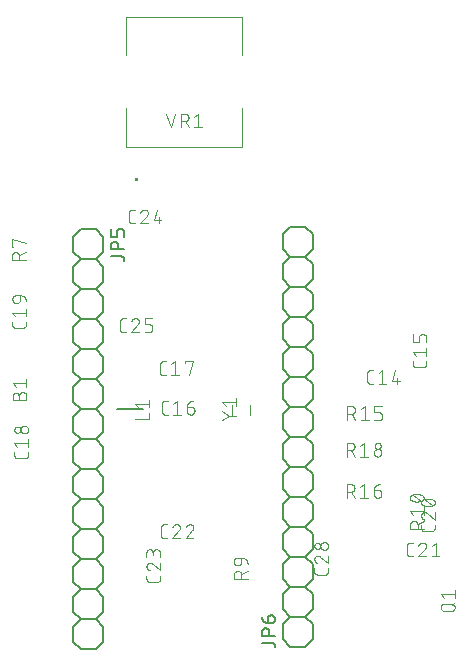
<source format=gbr>
G04 EAGLE Gerber RS-274X export*
G75*
%MOMM*%
%FSLAX34Y34*%
%LPD*%
%INSilkscreen Top*%
%IPPOS*%
%AMOC8*
5,1,8,0,0,1.08239X$1,22.5*%
G01*
%ADD10C,0.101600*%
%ADD11C,0.152400*%
%ADD12C,0.127000*%
%ADD13C,0.200000*%
%ADD14C,0.100000*%
%ADD15C,0.200000*%


D10*
X28801Y252008D02*
X28801Y255254D01*
X28800Y255254D02*
X28802Y255367D01*
X28808Y255480D01*
X28818Y255593D01*
X28832Y255706D01*
X28849Y255818D01*
X28871Y255929D01*
X28896Y256039D01*
X28926Y256149D01*
X28959Y256257D01*
X28996Y256364D01*
X29036Y256470D01*
X29081Y256574D01*
X29129Y256677D01*
X29180Y256778D01*
X29235Y256877D01*
X29293Y256974D01*
X29355Y257069D01*
X29420Y257162D01*
X29488Y257252D01*
X29559Y257340D01*
X29634Y257426D01*
X29711Y257509D01*
X29791Y257589D01*
X29874Y257666D01*
X29960Y257741D01*
X30048Y257812D01*
X30138Y257880D01*
X30231Y257945D01*
X30326Y258007D01*
X30423Y258065D01*
X30522Y258120D01*
X30623Y258171D01*
X30726Y258219D01*
X30830Y258264D01*
X30936Y258304D01*
X31043Y258341D01*
X31151Y258374D01*
X31261Y258404D01*
X31371Y258429D01*
X31482Y258451D01*
X31594Y258468D01*
X31707Y258482D01*
X31820Y258492D01*
X31933Y258498D01*
X32046Y258500D01*
X32159Y258498D01*
X32272Y258492D01*
X32385Y258482D01*
X32498Y258468D01*
X32610Y258451D01*
X32721Y258429D01*
X32831Y258404D01*
X32941Y258374D01*
X33049Y258341D01*
X33156Y258304D01*
X33262Y258264D01*
X33366Y258219D01*
X33469Y258171D01*
X33570Y258120D01*
X33669Y258065D01*
X33766Y258007D01*
X33861Y257945D01*
X33954Y257880D01*
X34044Y257812D01*
X34132Y257741D01*
X34218Y257666D01*
X34301Y257589D01*
X34381Y257509D01*
X34458Y257426D01*
X34533Y257340D01*
X34604Y257252D01*
X34672Y257162D01*
X34737Y257069D01*
X34799Y256974D01*
X34857Y256877D01*
X34912Y256778D01*
X34963Y256677D01*
X35011Y256574D01*
X35056Y256470D01*
X35096Y256364D01*
X35133Y256257D01*
X35166Y256149D01*
X35196Y256039D01*
X35221Y255929D01*
X35243Y255818D01*
X35260Y255706D01*
X35274Y255593D01*
X35284Y255480D01*
X35290Y255367D01*
X35292Y255254D01*
X35292Y252008D01*
X23608Y252008D01*
X23608Y255254D01*
X23610Y255355D01*
X23616Y255455D01*
X23626Y255555D01*
X23639Y255655D01*
X23657Y255754D01*
X23678Y255853D01*
X23703Y255950D01*
X23732Y256047D01*
X23765Y256142D01*
X23801Y256236D01*
X23841Y256328D01*
X23884Y256419D01*
X23931Y256508D01*
X23981Y256595D01*
X24035Y256681D01*
X24092Y256764D01*
X24152Y256844D01*
X24215Y256923D01*
X24282Y256999D01*
X24351Y257072D01*
X24423Y257142D01*
X24497Y257210D01*
X24574Y257275D01*
X24654Y257336D01*
X24736Y257395D01*
X24820Y257450D01*
X24906Y257502D01*
X24994Y257551D01*
X25084Y257596D01*
X25176Y257638D01*
X25269Y257676D01*
X25364Y257710D01*
X25459Y257741D01*
X25556Y257768D01*
X25654Y257791D01*
X25753Y257811D01*
X25853Y257826D01*
X25953Y257838D01*
X26053Y257846D01*
X26154Y257850D01*
X26254Y257850D01*
X26355Y257846D01*
X26455Y257838D01*
X26555Y257826D01*
X26655Y257811D01*
X26754Y257791D01*
X26852Y257768D01*
X26949Y257741D01*
X27044Y257710D01*
X27139Y257676D01*
X27232Y257638D01*
X27324Y257596D01*
X27414Y257551D01*
X27502Y257502D01*
X27588Y257450D01*
X27672Y257395D01*
X27754Y257336D01*
X27834Y257275D01*
X27911Y257210D01*
X27985Y257142D01*
X28057Y257072D01*
X28126Y256999D01*
X28193Y256923D01*
X28256Y256844D01*
X28316Y256764D01*
X28373Y256681D01*
X28427Y256595D01*
X28477Y256508D01*
X28524Y256419D01*
X28567Y256328D01*
X28607Y256236D01*
X28643Y256142D01*
X28676Y256047D01*
X28705Y255950D01*
X28730Y255853D01*
X28751Y255754D01*
X28769Y255655D01*
X28782Y255555D01*
X28792Y255455D01*
X28798Y255355D01*
X28800Y255254D01*
X26204Y262888D02*
X23608Y266133D01*
X35292Y266133D01*
X35292Y262888D02*
X35292Y269379D01*
X326504Y265308D02*
X329101Y265308D01*
X326504Y265308D02*
X326405Y265310D01*
X326305Y265316D01*
X326206Y265325D01*
X326108Y265338D01*
X326010Y265355D01*
X325912Y265376D01*
X325816Y265401D01*
X325721Y265429D01*
X325627Y265461D01*
X325534Y265496D01*
X325442Y265535D01*
X325352Y265578D01*
X325264Y265623D01*
X325177Y265673D01*
X325093Y265725D01*
X325010Y265781D01*
X324930Y265839D01*
X324852Y265901D01*
X324777Y265966D01*
X324704Y266034D01*
X324634Y266104D01*
X324566Y266177D01*
X324501Y266252D01*
X324439Y266330D01*
X324381Y266410D01*
X324325Y266493D01*
X324273Y266577D01*
X324223Y266664D01*
X324178Y266752D01*
X324135Y266842D01*
X324096Y266934D01*
X324061Y267027D01*
X324029Y267121D01*
X324001Y267216D01*
X323976Y267312D01*
X323955Y267410D01*
X323938Y267508D01*
X323925Y267606D01*
X323916Y267705D01*
X323910Y267805D01*
X323908Y267904D01*
X323908Y274396D01*
X323910Y274495D01*
X323916Y274595D01*
X323925Y274694D01*
X323938Y274792D01*
X323955Y274890D01*
X323976Y274988D01*
X324001Y275084D01*
X324029Y275179D01*
X324061Y275273D01*
X324096Y275366D01*
X324135Y275458D01*
X324178Y275548D01*
X324223Y275636D01*
X324273Y275723D01*
X324325Y275807D01*
X324381Y275890D01*
X324439Y275970D01*
X324501Y276048D01*
X324566Y276123D01*
X324634Y276196D01*
X324704Y276266D01*
X324777Y276334D01*
X324852Y276399D01*
X324930Y276461D01*
X325010Y276519D01*
X325093Y276575D01*
X325177Y276627D01*
X325264Y276677D01*
X325352Y276722D01*
X325442Y276765D01*
X325534Y276804D01*
X325626Y276839D01*
X325721Y276871D01*
X325816Y276899D01*
X325912Y276924D01*
X326010Y276945D01*
X326108Y276962D01*
X326206Y276975D01*
X326305Y276984D01*
X326405Y276990D01*
X326504Y276992D01*
X329101Y276992D01*
X333466Y274396D02*
X336712Y276992D01*
X336712Y265308D01*
X339957Y265308D02*
X333466Y265308D01*
X344896Y267904D02*
X347493Y276992D01*
X344896Y267904D02*
X351387Y267904D01*
X349440Y270501D02*
X349440Y265308D01*
X373992Y282509D02*
X373992Y285106D01*
X373992Y282509D02*
X373990Y282410D01*
X373984Y282310D01*
X373975Y282211D01*
X373962Y282113D01*
X373945Y282015D01*
X373924Y281917D01*
X373899Y281821D01*
X373871Y281726D01*
X373839Y281632D01*
X373804Y281539D01*
X373765Y281447D01*
X373722Y281357D01*
X373677Y281269D01*
X373627Y281182D01*
X373575Y281098D01*
X373519Y281015D01*
X373461Y280935D01*
X373399Y280857D01*
X373334Y280782D01*
X373266Y280709D01*
X373196Y280639D01*
X373123Y280571D01*
X373048Y280506D01*
X372970Y280444D01*
X372890Y280386D01*
X372807Y280330D01*
X372723Y280278D01*
X372636Y280228D01*
X372548Y280183D01*
X372458Y280140D01*
X372366Y280101D01*
X372273Y280066D01*
X372179Y280034D01*
X372084Y280006D01*
X371988Y279981D01*
X371890Y279960D01*
X371792Y279943D01*
X371694Y279930D01*
X371595Y279921D01*
X371495Y279915D01*
X371396Y279913D01*
X364904Y279913D01*
X364904Y279912D02*
X364805Y279914D01*
X364705Y279920D01*
X364606Y279929D01*
X364508Y279942D01*
X364410Y279960D01*
X364312Y279980D01*
X364216Y280005D01*
X364120Y280033D01*
X364026Y280065D01*
X363933Y280100D01*
X363842Y280139D01*
X363752Y280182D01*
X363663Y280227D01*
X363577Y280277D01*
X363492Y280329D01*
X363410Y280385D01*
X363330Y280444D01*
X363252Y280505D01*
X363176Y280570D01*
X363103Y280638D01*
X363033Y280708D01*
X362965Y280781D01*
X362900Y280857D01*
X362839Y280935D01*
X362780Y281015D01*
X362724Y281097D01*
X362672Y281182D01*
X362623Y281268D01*
X362577Y281357D01*
X362534Y281447D01*
X362495Y281538D01*
X362460Y281631D01*
X362428Y281725D01*
X362400Y281821D01*
X362375Y281917D01*
X362355Y282015D01*
X362337Y282113D01*
X362324Y282211D01*
X362315Y282310D01*
X362309Y282409D01*
X362307Y282509D01*
X362308Y282509D02*
X362308Y285106D01*
X364904Y289471D02*
X362308Y292716D01*
X373992Y292716D01*
X373992Y289471D02*
X373992Y295962D01*
X373992Y300901D02*
X373992Y304796D01*
X373990Y304895D01*
X373984Y304995D01*
X373975Y305094D01*
X373962Y305192D01*
X373945Y305290D01*
X373924Y305388D01*
X373899Y305484D01*
X373871Y305579D01*
X373839Y305673D01*
X373804Y305766D01*
X373765Y305858D01*
X373722Y305948D01*
X373677Y306036D01*
X373627Y306123D01*
X373575Y306207D01*
X373519Y306290D01*
X373461Y306370D01*
X373399Y306448D01*
X373334Y306523D01*
X373266Y306596D01*
X373196Y306666D01*
X373123Y306734D01*
X373048Y306799D01*
X372970Y306861D01*
X372890Y306919D01*
X372807Y306975D01*
X372723Y307027D01*
X372636Y307077D01*
X372548Y307122D01*
X372458Y307165D01*
X372366Y307204D01*
X372273Y307239D01*
X372179Y307271D01*
X372084Y307299D01*
X371988Y307324D01*
X371890Y307345D01*
X371792Y307362D01*
X371694Y307375D01*
X371595Y307384D01*
X371495Y307390D01*
X371396Y307392D01*
X370097Y307392D01*
X369998Y307390D01*
X369898Y307384D01*
X369799Y307375D01*
X369701Y307362D01*
X369603Y307345D01*
X369505Y307324D01*
X369409Y307299D01*
X369314Y307271D01*
X369220Y307239D01*
X369127Y307204D01*
X369035Y307165D01*
X368945Y307122D01*
X368857Y307077D01*
X368770Y307027D01*
X368686Y306975D01*
X368603Y306919D01*
X368523Y306861D01*
X368445Y306799D01*
X368370Y306734D01*
X368297Y306666D01*
X368227Y306596D01*
X368159Y306523D01*
X368094Y306448D01*
X368032Y306370D01*
X367974Y306290D01*
X367918Y306207D01*
X367866Y306123D01*
X367816Y306036D01*
X367771Y305948D01*
X367728Y305858D01*
X367689Y305766D01*
X367654Y305673D01*
X367622Y305579D01*
X367594Y305484D01*
X367569Y305388D01*
X367548Y305290D01*
X367531Y305192D01*
X367518Y305094D01*
X367509Y304995D01*
X367503Y304895D01*
X367501Y304796D01*
X367501Y300901D01*
X362308Y300901D01*
X362308Y307392D01*
X155301Y239408D02*
X152704Y239408D01*
X152605Y239410D01*
X152505Y239416D01*
X152406Y239425D01*
X152308Y239438D01*
X152210Y239455D01*
X152112Y239476D01*
X152016Y239501D01*
X151921Y239529D01*
X151827Y239561D01*
X151734Y239596D01*
X151642Y239635D01*
X151552Y239678D01*
X151464Y239723D01*
X151377Y239773D01*
X151293Y239825D01*
X151210Y239881D01*
X151130Y239939D01*
X151052Y240001D01*
X150977Y240066D01*
X150904Y240134D01*
X150834Y240204D01*
X150766Y240277D01*
X150701Y240352D01*
X150639Y240430D01*
X150581Y240510D01*
X150525Y240593D01*
X150473Y240677D01*
X150423Y240764D01*
X150378Y240852D01*
X150335Y240942D01*
X150296Y241034D01*
X150261Y241127D01*
X150229Y241221D01*
X150201Y241316D01*
X150176Y241412D01*
X150155Y241510D01*
X150138Y241608D01*
X150125Y241706D01*
X150116Y241805D01*
X150110Y241905D01*
X150108Y242004D01*
X150108Y248496D01*
X150110Y248595D01*
X150116Y248695D01*
X150125Y248794D01*
X150138Y248892D01*
X150155Y248990D01*
X150176Y249088D01*
X150201Y249184D01*
X150229Y249279D01*
X150261Y249373D01*
X150296Y249466D01*
X150335Y249558D01*
X150378Y249648D01*
X150423Y249736D01*
X150473Y249823D01*
X150525Y249907D01*
X150581Y249990D01*
X150639Y250070D01*
X150701Y250148D01*
X150766Y250223D01*
X150834Y250296D01*
X150904Y250366D01*
X150977Y250434D01*
X151052Y250499D01*
X151130Y250561D01*
X151210Y250619D01*
X151293Y250675D01*
X151377Y250727D01*
X151464Y250777D01*
X151552Y250822D01*
X151642Y250865D01*
X151734Y250904D01*
X151826Y250939D01*
X151921Y250971D01*
X152016Y250999D01*
X152112Y251024D01*
X152210Y251045D01*
X152308Y251062D01*
X152406Y251075D01*
X152505Y251084D01*
X152605Y251090D01*
X152704Y251092D01*
X155301Y251092D01*
X159666Y248496D02*
X162912Y251092D01*
X162912Y239408D01*
X166157Y239408D02*
X159666Y239408D01*
X171096Y245899D02*
X174991Y245899D01*
X175090Y245897D01*
X175190Y245891D01*
X175289Y245882D01*
X175387Y245869D01*
X175485Y245852D01*
X175583Y245831D01*
X175679Y245806D01*
X175774Y245778D01*
X175868Y245746D01*
X175961Y245711D01*
X176053Y245672D01*
X176143Y245629D01*
X176231Y245584D01*
X176318Y245534D01*
X176402Y245482D01*
X176485Y245426D01*
X176565Y245368D01*
X176643Y245306D01*
X176718Y245241D01*
X176791Y245173D01*
X176861Y245103D01*
X176929Y245030D01*
X176994Y244955D01*
X177056Y244877D01*
X177114Y244797D01*
X177170Y244714D01*
X177222Y244630D01*
X177272Y244543D01*
X177317Y244455D01*
X177360Y244365D01*
X177399Y244273D01*
X177434Y244180D01*
X177466Y244086D01*
X177494Y243991D01*
X177519Y243895D01*
X177540Y243797D01*
X177557Y243699D01*
X177570Y243601D01*
X177579Y243502D01*
X177585Y243402D01*
X177587Y243303D01*
X177587Y242654D01*
X177588Y242654D02*
X177586Y242541D01*
X177580Y242428D01*
X177570Y242315D01*
X177556Y242202D01*
X177539Y242090D01*
X177517Y241979D01*
X177492Y241869D01*
X177462Y241759D01*
X177429Y241651D01*
X177392Y241544D01*
X177352Y241438D01*
X177307Y241334D01*
X177259Y241231D01*
X177208Y241130D01*
X177153Y241031D01*
X177095Y240934D01*
X177033Y240839D01*
X176968Y240746D01*
X176900Y240656D01*
X176829Y240568D01*
X176754Y240482D01*
X176677Y240399D01*
X176597Y240319D01*
X176514Y240242D01*
X176428Y240167D01*
X176340Y240096D01*
X176250Y240028D01*
X176157Y239963D01*
X176062Y239901D01*
X175965Y239843D01*
X175866Y239788D01*
X175765Y239737D01*
X175662Y239689D01*
X175558Y239644D01*
X175452Y239604D01*
X175345Y239567D01*
X175237Y239534D01*
X175127Y239504D01*
X175017Y239479D01*
X174906Y239457D01*
X174794Y239440D01*
X174681Y239426D01*
X174568Y239416D01*
X174455Y239410D01*
X174342Y239408D01*
X174229Y239410D01*
X174116Y239416D01*
X174003Y239426D01*
X173890Y239440D01*
X173778Y239457D01*
X173667Y239479D01*
X173557Y239504D01*
X173447Y239534D01*
X173339Y239567D01*
X173232Y239604D01*
X173126Y239644D01*
X173022Y239689D01*
X172919Y239737D01*
X172818Y239788D01*
X172719Y239843D01*
X172622Y239901D01*
X172527Y239963D01*
X172434Y240028D01*
X172344Y240096D01*
X172256Y240167D01*
X172170Y240242D01*
X172087Y240319D01*
X172007Y240399D01*
X171930Y240482D01*
X171855Y240568D01*
X171784Y240656D01*
X171716Y240746D01*
X171651Y240839D01*
X171589Y240934D01*
X171531Y241031D01*
X171476Y241130D01*
X171425Y241231D01*
X171377Y241334D01*
X171332Y241438D01*
X171292Y241544D01*
X171255Y241651D01*
X171222Y241759D01*
X171192Y241869D01*
X171167Y241979D01*
X171145Y242090D01*
X171128Y242202D01*
X171114Y242315D01*
X171104Y242428D01*
X171098Y242541D01*
X171096Y242654D01*
X171096Y245899D01*
X171098Y246042D01*
X171104Y246185D01*
X171114Y246328D01*
X171128Y246470D01*
X171145Y246612D01*
X171167Y246754D01*
X171192Y246895D01*
X171222Y247035D01*
X171255Y247174D01*
X171292Y247312D01*
X171333Y247449D01*
X171377Y247585D01*
X171426Y247720D01*
X171478Y247853D01*
X171533Y247985D01*
X171593Y248115D01*
X171656Y248244D01*
X171722Y248371D01*
X171792Y248495D01*
X171865Y248618D01*
X171942Y248739D01*
X172022Y248858D01*
X172105Y248974D01*
X172191Y249089D01*
X172280Y249200D01*
X172373Y249310D01*
X172468Y249416D01*
X172567Y249520D01*
X172668Y249621D01*
X172772Y249720D01*
X172878Y249815D01*
X172988Y249908D01*
X173099Y249997D01*
X173214Y250083D01*
X173330Y250166D01*
X173449Y250246D01*
X173570Y250323D01*
X173692Y250396D01*
X173817Y250466D01*
X173944Y250532D01*
X174073Y250595D01*
X174203Y250655D01*
X174335Y250710D01*
X174468Y250762D01*
X174603Y250811D01*
X174739Y250855D01*
X174876Y250896D01*
X175014Y250933D01*
X175153Y250966D01*
X175293Y250996D01*
X175434Y251021D01*
X175576Y251043D01*
X175718Y251060D01*
X175860Y251074D01*
X176003Y251084D01*
X176146Y251090D01*
X176289Y251092D01*
X153601Y272908D02*
X151004Y272908D01*
X150905Y272910D01*
X150805Y272916D01*
X150706Y272925D01*
X150608Y272938D01*
X150510Y272955D01*
X150412Y272976D01*
X150316Y273001D01*
X150221Y273029D01*
X150127Y273061D01*
X150034Y273096D01*
X149942Y273135D01*
X149852Y273178D01*
X149764Y273223D01*
X149677Y273273D01*
X149593Y273325D01*
X149510Y273381D01*
X149430Y273439D01*
X149352Y273501D01*
X149277Y273566D01*
X149204Y273634D01*
X149134Y273704D01*
X149066Y273777D01*
X149001Y273852D01*
X148939Y273930D01*
X148881Y274010D01*
X148825Y274093D01*
X148773Y274177D01*
X148723Y274264D01*
X148678Y274352D01*
X148635Y274442D01*
X148596Y274534D01*
X148561Y274627D01*
X148529Y274721D01*
X148501Y274816D01*
X148476Y274912D01*
X148455Y275010D01*
X148438Y275108D01*
X148425Y275206D01*
X148416Y275305D01*
X148410Y275405D01*
X148408Y275504D01*
X148408Y281996D01*
X148410Y282095D01*
X148416Y282195D01*
X148425Y282294D01*
X148438Y282392D01*
X148455Y282490D01*
X148476Y282588D01*
X148501Y282684D01*
X148529Y282779D01*
X148561Y282873D01*
X148596Y282966D01*
X148635Y283058D01*
X148678Y283148D01*
X148723Y283236D01*
X148773Y283323D01*
X148825Y283407D01*
X148881Y283490D01*
X148939Y283570D01*
X149001Y283648D01*
X149066Y283723D01*
X149134Y283796D01*
X149204Y283866D01*
X149277Y283934D01*
X149352Y283999D01*
X149430Y284061D01*
X149510Y284119D01*
X149593Y284175D01*
X149677Y284227D01*
X149764Y284277D01*
X149852Y284322D01*
X149942Y284365D01*
X150034Y284404D01*
X150126Y284439D01*
X150221Y284471D01*
X150316Y284499D01*
X150412Y284524D01*
X150510Y284545D01*
X150608Y284562D01*
X150706Y284575D01*
X150805Y284584D01*
X150905Y284590D01*
X151004Y284592D01*
X153601Y284592D01*
X157966Y281996D02*
X161212Y284592D01*
X161212Y272908D01*
X164457Y272908D02*
X157966Y272908D01*
X169396Y283294D02*
X169396Y284592D01*
X175887Y284592D01*
X172642Y272908D01*
X36692Y207701D02*
X36692Y205104D01*
X36690Y205005D01*
X36684Y204905D01*
X36675Y204806D01*
X36662Y204708D01*
X36645Y204610D01*
X36624Y204512D01*
X36599Y204416D01*
X36571Y204321D01*
X36539Y204227D01*
X36504Y204134D01*
X36465Y204042D01*
X36422Y203952D01*
X36377Y203864D01*
X36327Y203777D01*
X36275Y203693D01*
X36219Y203610D01*
X36161Y203530D01*
X36099Y203452D01*
X36034Y203377D01*
X35966Y203304D01*
X35896Y203234D01*
X35823Y203166D01*
X35748Y203101D01*
X35670Y203039D01*
X35590Y202981D01*
X35507Y202925D01*
X35423Y202873D01*
X35336Y202823D01*
X35248Y202778D01*
X35158Y202735D01*
X35066Y202696D01*
X34973Y202661D01*
X34879Y202629D01*
X34784Y202601D01*
X34688Y202576D01*
X34590Y202555D01*
X34492Y202538D01*
X34394Y202525D01*
X34295Y202516D01*
X34195Y202510D01*
X34096Y202508D01*
X27604Y202508D01*
X27505Y202510D01*
X27405Y202516D01*
X27306Y202525D01*
X27208Y202538D01*
X27110Y202556D01*
X27012Y202576D01*
X26916Y202601D01*
X26820Y202629D01*
X26726Y202661D01*
X26633Y202696D01*
X26542Y202735D01*
X26452Y202778D01*
X26363Y202823D01*
X26277Y202873D01*
X26192Y202925D01*
X26110Y202981D01*
X26030Y203040D01*
X25952Y203101D01*
X25876Y203166D01*
X25803Y203234D01*
X25733Y203304D01*
X25665Y203377D01*
X25600Y203453D01*
X25539Y203531D01*
X25480Y203611D01*
X25424Y203693D01*
X25372Y203778D01*
X25323Y203864D01*
X25277Y203953D01*
X25234Y204043D01*
X25195Y204134D01*
X25160Y204227D01*
X25128Y204321D01*
X25100Y204417D01*
X25075Y204513D01*
X25055Y204611D01*
X25037Y204709D01*
X25024Y204807D01*
X25015Y204906D01*
X25009Y205005D01*
X25007Y205105D01*
X25008Y205104D02*
X25008Y207701D01*
X27604Y212066D02*
X25008Y215312D01*
X36692Y215312D01*
X36692Y218557D02*
X36692Y212066D01*
X33446Y223496D02*
X33333Y223498D01*
X33220Y223504D01*
X33107Y223514D01*
X32994Y223528D01*
X32882Y223545D01*
X32771Y223567D01*
X32661Y223592D01*
X32551Y223622D01*
X32443Y223655D01*
X32336Y223692D01*
X32230Y223732D01*
X32126Y223777D01*
X32023Y223825D01*
X31922Y223876D01*
X31823Y223931D01*
X31726Y223989D01*
X31631Y224051D01*
X31538Y224116D01*
X31448Y224184D01*
X31360Y224255D01*
X31274Y224330D01*
X31191Y224407D01*
X31111Y224487D01*
X31034Y224570D01*
X30959Y224656D01*
X30888Y224744D01*
X30820Y224834D01*
X30755Y224927D01*
X30693Y225022D01*
X30635Y225119D01*
X30580Y225218D01*
X30529Y225319D01*
X30481Y225422D01*
X30436Y225526D01*
X30396Y225632D01*
X30359Y225739D01*
X30326Y225847D01*
X30296Y225957D01*
X30271Y226067D01*
X30249Y226178D01*
X30232Y226290D01*
X30218Y226403D01*
X30208Y226516D01*
X30202Y226629D01*
X30200Y226742D01*
X30202Y226855D01*
X30208Y226968D01*
X30218Y227081D01*
X30232Y227194D01*
X30249Y227306D01*
X30271Y227417D01*
X30296Y227527D01*
X30326Y227637D01*
X30359Y227745D01*
X30396Y227852D01*
X30436Y227958D01*
X30481Y228062D01*
X30529Y228165D01*
X30580Y228266D01*
X30635Y228365D01*
X30693Y228462D01*
X30755Y228557D01*
X30820Y228650D01*
X30888Y228740D01*
X30959Y228828D01*
X31034Y228914D01*
X31111Y228997D01*
X31191Y229077D01*
X31274Y229154D01*
X31360Y229229D01*
X31448Y229300D01*
X31538Y229368D01*
X31631Y229433D01*
X31726Y229495D01*
X31823Y229553D01*
X31922Y229608D01*
X32023Y229659D01*
X32126Y229707D01*
X32230Y229752D01*
X32336Y229792D01*
X32443Y229829D01*
X32551Y229862D01*
X32661Y229892D01*
X32771Y229917D01*
X32882Y229939D01*
X32994Y229956D01*
X33107Y229970D01*
X33220Y229980D01*
X33333Y229986D01*
X33446Y229988D01*
X33559Y229986D01*
X33672Y229980D01*
X33785Y229970D01*
X33898Y229956D01*
X34010Y229939D01*
X34121Y229917D01*
X34231Y229892D01*
X34341Y229862D01*
X34449Y229829D01*
X34556Y229792D01*
X34662Y229752D01*
X34766Y229707D01*
X34869Y229659D01*
X34970Y229608D01*
X35069Y229553D01*
X35166Y229495D01*
X35261Y229433D01*
X35354Y229368D01*
X35444Y229300D01*
X35532Y229229D01*
X35618Y229154D01*
X35701Y229077D01*
X35781Y228997D01*
X35858Y228914D01*
X35933Y228828D01*
X36004Y228740D01*
X36072Y228650D01*
X36137Y228557D01*
X36199Y228462D01*
X36257Y228365D01*
X36312Y228266D01*
X36363Y228165D01*
X36411Y228062D01*
X36456Y227958D01*
X36496Y227852D01*
X36533Y227745D01*
X36566Y227637D01*
X36596Y227527D01*
X36621Y227417D01*
X36643Y227306D01*
X36660Y227194D01*
X36674Y227081D01*
X36684Y226968D01*
X36690Y226855D01*
X36692Y226742D01*
X36690Y226629D01*
X36684Y226516D01*
X36674Y226403D01*
X36660Y226290D01*
X36643Y226178D01*
X36621Y226067D01*
X36596Y225957D01*
X36566Y225847D01*
X36533Y225739D01*
X36496Y225632D01*
X36456Y225526D01*
X36411Y225422D01*
X36363Y225319D01*
X36312Y225218D01*
X36257Y225119D01*
X36199Y225022D01*
X36137Y224927D01*
X36072Y224834D01*
X36004Y224744D01*
X35933Y224656D01*
X35858Y224570D01*
X35781Y224487D01*
X35701Y224407D01*
X35618Y224330D01*
X35532Y224255D01*
X35444Y224184D01*
X35354Y224116D01*
X35261Y224051D01*
X35166Y223989D01*
X35069Y223931D01*
X34970Y223876D01*
X34869Y223825D01*
X34766Y223777D01*
X34662Y223732D01*
X34556Y223692D01*
X34449Y223655D01*
X34341Y223622D01*
X34231Y223592D01*
X34121Y223567D01*
X34010Y223545D01*
X33898Y223528D01*
X33785Y223514D01*
X33672Y223504D01*
X33559Y223498D01*
X33446Y223496D01*
X27604Y224146D02*
X27503Y224148D01*
X27403Y224154D01*
X27303Y224164D01*
X27203Y224177D01*
X27104Y224195D01*
X27005Y224216D01*
X26908Y224241D01*
X26811Y224270D01*
X26716Y224303D01*
X26622Y224339D01*
X26530Y224379D01*
X26439Y224422D01*
X26350Y224469D01*
X26263Y224519D01*
X26177Y224573D01*
X26094Y224630D01*
X26014Y224690D01*
X25935Y224753D01*
X25859Y224820D01*
X25786Y224889D01*
X25716Y224961D01*
X25648Y225035D01*
X25583Y225112D01*
X25522Y225192D01*
X25463Y225274D01*
X25408Y225358D01*
X25356Y225444D01*
X25307Y225532D01*
X25262Y225622D01*
X25220Y225714D01*
X25182Y225807D01*
X25148Y225902D01*
X25117Y225997D01*
X25090Y226094D01*
X25067Y226192D01*
X25047Y226291D01*
X25032Y226391D01*
X25020Y226491D01*
X25012Y226591D01*
X25008Y226692D01*
X25008Y226792D01*
X25012Y226893D01*
X25020Y226993D01*
X25032Y227093D01*
X25047Y227193D01*
X25067Y227292D01*
X25090Y227390D01*
X25117Y227487D01*
X25148Y227582D01*
X25182Y227677D01*
X25220Y227770D01*
X25262Y227862D01*
X25307Y227952D01*
X25356Y228040D01*
X25408Y228126D01*
X25463Y228210D01*
X25522Y228292D01*
X25583Y228372D01*
X25648Y228449D01*
X25716Y228523D01*
X25786Y228595D01*
X25859Y228664D01*
X25935Y228731D01*
X26014Y228794D01*
X26094Y228854D01*
X26177Y228911D01*
X26263Y228965D01*
X26350Y229015D01*
X26439Y229062D01*
X26530Y229105D01*
X26622Y229145D01*
X26716Y229181D01*
X26811Y229214D01*
X26908Y229243D01*
X27005Y229268D01*
X27104Y229289D01*
X27203Y229307D01*
X27303Y229320D01*
X27403Y229330D01*
X27503Y229336D01*
X27604Y229338D01*
X27705Y229336D01*
X27805Y229330D01*
X27905Y229320D01*
X28005Y229307D01*
X28104Y229289D01*
X28203Y229268D01*
X28300Y229243D01*
X28397Y229214D01*
X28492Y229181D01*
X28586Y229145D01*
X28678Y229105D01*
X28769Y229062D01*
X28858Y229015D01*
X28945Y228965D01*
X29031Y228911D01*
X29114Y228854D01*
X29194Y228794D01*
X29273Y228731D01*
X29349Y228664D01*
X29422Y228595D01*
X29492Y228523D01*
X29560Y228449D01*
X29625Y228372D01*
X29686Y228292D01*
X29745Y228210D01*
X29800Y228126D01*
X29852Y228040D01*
X29901Y227952D01*
X29946Y227862D01*
X29988Y227770D01*
X30026Y227677D01*
X30060Y227582D01*
X30091Y227487D01*
X30118Y227390D01*
X30141Y227292D01*
X30161Y227193D01*
X30176Y227093D01*
X30188Y226993D01*
X30196Y226893D01*
X30200Y226792D01*
X30200Y226692D01*
X30196Y226591D01*
X30188Y226491D01*
X30176Y226391D01*
X30161Y226291D01*
X30141Y226192D01*
X30118Y226094D01*
X30091Y225997D01*
X30060Y225902D01*
X30026Y225807D01*
X29988Y225714D01*
X29946Y225622D01*
X29901Y225532D01*
X29852Y225444D01*
X29800Y225358D01*
X29745Y225274D01*
X29686Y225192D01*
X29625Y225112D01*
X29560Y225035D01*
X29492Y224961D01*
X29422Y224889D01*
X29349Y224820D01*
X29273Y224753D01*
X29194Y224690D01*
X29114Y224630D01*
X29031Y224573D01*
X28945Y224519D01*
X28858Y224469D01*
X28769Y224422D01*
X28678Y224379D01*
X28586Y224339D01*
X28492Y224303D01*
X28397Y224270D01*
X28300Y224241D01*
X28203Y224216D01*
X28104Y224195D01*
X28005Y224177D01*
X27905Y224164D01*
X27805Y224154D01*
X27705Y224148D01*
X27604Y224146D01*
X34992Y315604D02*
X34992Y318201D01*
X34992Y315604D02*
X34990Y315505D01*
X34984Y315405D01*
X34975Y315306D01*
X34962Y315208D01*
X34945Y315110D01*
X34924Y315012D01*
X34899Y314916D01*
X34871Y314821D01*
X34839Y314727D01*
X34804Y314634D01*
X34765Y314542D01*
X34722Y314452D01*
X34677Y314364D01*
X34627Y314277D01*
X34575Y314193D01*
X34519Y314110D01*
X34461Y314030D01*
X34399Y313952D01*
X34334Y313877D01*
X34266Y313804D01*
X34196Y313734D01*
X34123Y313666D01*
X34048Y313601D01*
X33970Y313539D01*
X33890Y313481D01*
X33807Y313425D01*
X33723Y313373D01*
X33636Y313323D01*
X33548Y313278D01*
X33458Y313235D01*
X33366Y313196D01*
X33273Y313161D01*
X33179Y313129D01*
X33084Y313101D01*
X32988Y313076D01*
X32890Y313055D01*
X32792Y313038D01*
X32694Y313025D01*
X32595Y313016D01*
X32495Y313010D01*
X32396Y313008D01*
X25904Y313008D01*
X25805Y313010D01*
X25705Y313016D01*
X25606Y313025D01*
X25508Y313038D01*
X25410Y313056D01*
X25312Y313076D01*
X25216Y313101D01*
X25120Y313129D01*
X25026Y313161D01*
X24933Y313196D01*
X24842Y313235D01*
X24752Y313278D01*
X24663Y313323D01*
X24577Y313373D01*
X24492Y313425D01*
X24410Y313481D01*
X24330Y313540D01*
X24252Y313601D01*
X24176Y313666D01*
X24103Y313734D01*
X24033Y313804D01*
X23965Y313877D01*
X23900Y313953D01*
X23839Y314031D01*
X23780Y314111D01*
X23724Y314193D01*
X23672Y314278D01*
X23623Y314364D01*
X23577Y314453D01*
X23534Y314543D01*
X23495Y314634D01*
X23460Y314727D01*
X23428Y314821D01*
X23400Y314917D01*
X23375Y315013D01*
X23355Y315111D01*
X23337Y315209D01*
X23324Y315307D01*
X23315Y315406D01*
X23309Y315505D01*
X23307Y315605D01*
X23308Y315604D02*
X23308Y318201D01*
X25904Y322566D02*
X23308Y325812D01*
X34992Y325812D01*
X34992Y329057D02*
X34992Y322566D01*
X29799Y336593D02*
X29799Y340487D01*
X29799Y336593D02*
X29797Y336494D01*
X29791Y336394D01*
X29782Y336295D01*
X29769Y336197D01*
X29752Y336099D01*
X29731Y336001D01*
X29706Y335905D01*
X29678Y335810D01*
X29646Y335716D01*
X29611Y335623D01*
X29572Y335531D01*
X29529Y335441D01*
X29484Y335353D01*
X29434Y335266D01*
X29382Y335182D01*
X29326Y335099D01*
X29268Y335019D01*
X29206Y334941D01*
X29141Y334866D01*
X29073Y334793D01*
X29003Y334723D01*
X28930Y334655D01*
X28855Y334590D01*
X28777Y334528D01*
X28697Y334470D01*
X28614Y334414D01*
X28530Y334362D01*
X28443Y334312D01*
X28355Y334267D01*
X28265Y334224D01*
X28173Y334185D01*
X28080Y334150D01*
X27986Y334118D01*
X27891Y334090D01*
X27795Y334065D01*
X27697Y334044D01*
X27599Y334027D01*
X27501Y334014D01*
X27402Y334005D01*
X27302Y333999D01*
X27203Y333997D01*
X27203Y333996D02*
X26554Y333996D01*
X26441Y333998D01*
X26328Y334004D01*
X26215Y334014D01*
X26102Y334028D01*
X25990Y334045D01*
X25879Y334067D01*
X25769Y334092D01*
X25659Y334122D01*
X25551Y334155D01*
X25444Y334192D01*
X25338Y334232D01*
X25234Y334277D01*
X25131Y334325D01*
X25030Y334376D01*
X24931Y334431D01*
X24834Y334489D01*
X24739Y334551D01*
X24646Y334616D01*
X24556Y334684D01*
X24468Y334755D01*
X24382Y334830D01*
X24299Y334907D01*
X24219Y334987D01*
X24142Y335070D01*
X24067Y335156D01*
X23996Y335244D01*
X23928Y335334D01*
X23863Y335427D01*
X23801Y335522D01*
X23743Y335619D01*
X23688Y335718D01*
X23637Y335819D01*
X23589Y335922D01*
X23544Y336026D01*
X23504Y336132D01*
X23467Y336239D01*
X23434Y336347D01*
X23404Y336457D01*
X23379Y336567D01*
X23357Y336678D01*
X23340Y336790D01*
X23326Y336903D01*
X23316Y337016D01*
X23310Y337129D01*
X23308Y337242D01*
X23310Y337355D01*
X23316Y337468D01*
X23326Y337581D01*
X23340Y337694D01*
X23357Y337806D01*
X23379Y337917D01*
X23404Y338027D01*
X23434Y338137D01*
X23467Y338245D01*
X23504Y338352D01*
X23544Y338458D01*
X23589Y338562D01*
X23637Y338665D01*
X23688Y338766D01*
X23743Y338865D01*
X23801Y338962D01*
X23863Y339057D01*
X23928Y339150D01*
X23996Y339240D01*
X24067Y339328D01*
X24142Y339414D01*
X24219Y339497D01*
X24299Y339577D01*
X24382Y339654D01*
X24468Y339729D01*
X24556Y339800D01*
X24646Y339868D01*
X24739Y339933D01*
X24834Y339995D01*
X24931Y340053D01*
X25030Y340108D01*
X25131Y340159D01*
X25234Y340207D01*
X25338Y340252D01*
X25444Y340292D01*
X25551Y340329D01*
X25659Y340362D01*
X25769Y340392D01*
X25879Y340417D01*
X25990Y340439D01*
X26102Y340456D01*
X26215Y340470D01*
X26328Y340480D01*
X26441Y340486D01*
X26554Y340488D01*
X26554Y340487D02*
X29799Y340487D01*
X29942Y340485D01*
X30085Y340479D01*
X30228Y340469D01*
X30370Y340455D01*
X30512Y340438D01*
X30654Y340416D01*
X30795Y340391D01*
X30935Y340361D01*
X31074Y340328D01*
X31212Y340291D01*
X31349Y340250D01*
X31485Y340206D01*
X31620Y340157D01*
X31753Y340105D01*
X31885Y340050D01*
X32015Y339990D01*
X32144Y339927D01*
X32271Y339861D01*
X32396Y339791D01*
X32518Y339718D01*
X32639Y339641D01*
X32758Y339561D01*
X32874Y339478D01*
X32989Y339392D01*
X33100Y339303D01*
X33210Y339210D01*
X33316Y339115D01*
X33420Y339016D01*
X33521Y338915D01*
X33620Y338811D01*
X33715Y338705D01*
X33808Y338595D01*
X33897Y338484D01*
X33983Y338369D01*
X34066Y338253D01*
X34146Y338134D01*
X34223Y338013D01*
X34296Y337891D01*
X34366Y337766D01*
X34432Y337639D01*
X34495Y337510D01*
X34555Y337380D01*
X34610Y337248D01*
X34662Y337115D01*
X34711Y336980D01*
X34755Y336844D01*
X34796Y336707D01*
X34833Y336569D01*
X34866Y336430D01*
X34896Y336290D01*
X34921Y336149D01*
X34943Y336007D01*
X34960Y335865D01*
X34974Y335723D01*
X34984Y335580D01*
X34990Y335437D01*
X34992Y335294D01*
X381092Y146106D02*
X381092Y143509D01*
X381090Y143410D01*
X381084Y143310D01*
X381075Y143211D01*
X381062Y143113D01*
X381045Y143015D01*
X381024Y142917D01*
X380999Y142821D01*
X380971Y142726D01*
X380939Y142632D01*
X380904Y142539D01*
X380865Y142447D01*
X380822Y142357D01*
X380777Y142269D01*
X380727Y142182D01*
X380675Y142098D01*
X380619Y142015D01*
X380561Y141935D01*
X380499Y141857D01*
X380434Y141782D01*
X380366Y141709D01*
X380296Y141639D01*
X380223Y141571D01*
X380148Y141506D01*
X380070Y141444D01*
X379990Y141386D01*
X379907Y141330D01*
X379823Y141278D01*
X379736Y141228D01*
X379648Y141183D01*
X379558Y141140D01*
X379466Y141101D01*
X379373Y141066D01*
X379279Y141034D01*
X379184Y141006D01*
X379088Y140981D01*
X378990Y140960D01*
X378892Y140943D01*
X378794Y140930D01*
X378695Y140921D01*
X378595Y140915D01*
X378496Y140913D01*
X372004Y140913D01*
X372004Y140912D02*
X371905Y140914D01*
X371805Y140920D01*
X371706Y140929D01*
X371608Y140942D01*
X371510Y140960D01*
X371412Y140980D01*
X371316Y141005D01*
X371220Y141033D01*
X371126Y141065D01*
X371033Y141100D01*
X370942Y141139D01*
X370852Y141182D01*
X370763Y141227D01*
X370677Y141277D01*
X370592Y141329D01*
X370510Y141385D01*
X370430Y141444D01*
X370352Y141505D01*
X370276Y141570D01*
X370203Y141638D01*
X370133Y141708D01*
X370065Y141781D01*
X370000Y141857D01*
X369939Y141935D01*
X369880Y142015D01*
X369824Y142097D01*
X369772Y142182D01*
X369723Y142268D01*
X369677Y142357D01*
X369634Y142447D01*
X369595Y142538D01*
X369560Y142631D01*
X369528Y142725D01*
X369500Y142821D01*
X369475Y142917D01*
X369455Y143015D01*
X369437Y143113D01*
X369424Y143211D01*
X369415Y143310D01*
X369409Y143409D01*
X369407Y143509D01*
X369408Y143509D02*
X369408Y146106D01*
X369408Y154041D02*
X369410Y154148D01*
X369416Y154254D01*
X369426Y154360D01*
X369439Y154466D01*
X369457Y154572D01*
X369478Y154676D01*
X369503Y154780D01*
X369532Y154883D01*
X369564Y154984D01*
X369601Y155084D01*
X369641Y155183D01*
X369684Y155281D01*
X369731Y155377D01*
X369782Y155471D01*
X369836Y155563D01*
X369893Y155653D01*
X369953Y155741D01*
X370017Y155826D01*
X370084Y155909D01*
X370154Y155990D01*
X370226Y156068D01*
X370302Y156144D01*
X370380Y156216D01*
X370461Y156286D01*
X370544Y156353D01*
X370629Y156417D01*
X370717Y156477D01*
X370807Y156534D01*
X370899Y156588D01*
X370993Y156639D01*
X371089Y156686D01*
X371187Y156729D01*
X371286Y156769D01*
X371386Y156806D01*
X371487Y156838D01*
X371590Y156867D01*
X371694Y156892D01*
X371798Y156913D01*
X371904Y156931D01*
X372010Y156944D01*
X372116Y156954D01*
X372222Y156960D01*
X372329Y156962D01*
X369408Y154041D02*
X369410Y153920D01*
X369416Y153799D01*
X369426Y153679D01*
X369439Y153558D01*
X369457Y153439D01*
X369478Y153319D01*
X369503Y153201D01*
X369532Y153084D01*
X369565Y152967D01*
X369601Y152852D01*
X369642Y152738D01*
X369685Y152625D01*
X369733Y152513D01*
X369784Y152404D01*
X369839Y152296D01*
X369897Y152189D01*
X369958Y152085D01*
X370023Y151983D01*
X370091Y151883D01*
X370162Y151785D01*
X370236Y151689D01*
X370313Y151596D01*
X370394Y151506D01*
X370477Y151418D01*
X370563Y151333D01*
X370652Y151250D01*
X370743Y151171D01*
X370837Y151094D01*
X370933Y151021D01*
X371031Y150951D01*
X371132Y150884D01*
X371235Y150820D01*
X371340Y150760D01*
X371447Y150702D01*
X371555Y150649D01*
X371665Y150599D01*
X371777Y150553D01*
X371890Y150510D01*
X372005Y150471D01*
X374601Y155988D02*
X374523Y156067D01*
X374443Y156143D01*
X374360Y156216D01*
X374274Y156286D01*
X374187Y156353D01*
X374096Y156417D01*
X374004Y156477D01*
X373910Y156535D01*
X373813Y156589D01*
X373715Y156639D01*
X373615Y156686D01*
X373514Y156730D01*
X373411Y156770D01*
X373306Y156806D01*
X373201Y156838D01*
X373094Y156867D01*
X372987Y156892D01*
X372878Y156914D01*
X372769Y156931D01*
X372660Y156945D01*
X372550Y156954D01*
X372439Y156960D01*
X372329Y156962D01*
X374601Y155988D02*
X381092Y150471D01*
X381092Y156962D01*
X375250Y161901D02*
X375020Y161904D01*
X374790Y161912D01*
X374561Y161926D01*
X374332Y161945D01*
X374103Y161970D01*
X373875Y162000D01*
X373648Y162035D01*
X373422Y162076D01*
X373197Y162122D01*
X372973Y162174D01*
X372750Y162231D01*
X372529Y162293D01*
X372309Y162361D01*
X372091Y162434D01*
X371875Y162512D01*
X371661Y162595D01*
X371449Y162683D01*
X371238Y162776D01*
X371031Y162875D01*
X371031Y162874D02*
X370941Y162907D01*
X370852Y162943D01*
X370764Y162983D01*
X370679Y163027D01*
X370595Y163074D01*
X370513Y163124D01*
X370433Y163178D01*
X370356Y163234D01*
X370280Y163294D01*
X370207Y163357D01*
X370137Y163422D01*
X370069Y163491D01*
X370005Y163562D01*
X369943Y163635D01*
X369884Y163711D01*
X369828Y163789D01*
X369775Y163870D01*
X369726Y163952D01*
X369680Y164036D01*
X369637Y164123D01*
X369598Y164210D01*
X369562Y164300D01*
X369530Y164390D01*
X369502Y164482D01*
X369477Y164575D01*
X369456Y164669D01*
X369439Y164763D01*
X369425Y164858D01*
X369416Y164954D01*
X369410Y165050D01*
X369408Y165146D01*
X369410Y165242D01*
X369416Y165338D01*
X369425Y165434D01*
X369439Y165529D01*
X369456Y165623D01*
X369477Y165717D01*
X369502Y165810D01*
X369530Y165902D01*
X369562Y165992D01*
X369598Y166082D01*
X369637Y166170D01*
X369680Y166256D01*
X369726Y166340D01*
X369775Y166422D01*
X369828Y166503D01*
X369884Y166581D01*
X369943Y166657D01*
X370005Y166730D01*
X370069Y166801D01*
X370137Y166870D01*
X370207Y166935D01*
X370280Y166998D01*
X370356Y167058D01*
X370433Y167114D01*
X370513Y167168D01*
X370595Y167218D01*
X370679Y167265D01*
X370764Y167309D01*
X370852Y167349D01*
X370941Y167385D01*
X371031Y167418D01*
X371238Y167517D01*
X371449Y167610D01*
X371661Y167698D01*
X371875Y167781D01*
X372091Y167859D01*
X372309Y167932D01*
X372529Y168000D01*
X372750Y168062D01*
X372973Y168119D01*
X373197Y168171D01*
X373422Y168217D01*
X373648Y168258D01*
X373875Y168293D01*
X374103Y168323D01*
X374332Y168348D01*
X374561Y168367D01*
X374790Y168381D01*
X375020Y168389D01*
X375250Y168392D01*
X375250Y161901D02*
X375480Y161904D01*
X375710Y161912D01*
X375939Y161926D01*
X376168Y161945D01*
X376397Y161970D01*
X376625Y162000D01*
X376852Y162035D01*
X377078Y162076D01*
X377303Y162122D01*
X377527Y162174D01*
X377750Y162231D01*
X377971Y162293D01*
X378191Y162361D01*
X378409Y162434D01*
X378625Y162512D01*
X378839Y162595D01*
X379051Y162683D01*
X379262Y162776D01*
X379469Y162875D01*
X379469Y162874D02*
X379559Y162907D01*
X379648Y162943D01*
X379736Y162984D01*
X379821Y163027D01*
X379905Y163074D01*
X379987Y163124D01*
X380067Y163178D01*
X380144Y163234D01*
X380220Y163294D01*
X380293Y163357D01*
X380363Y163422D01*
X380431Y163491D01*
X380495Y163562D01*
X380557Y163635D01*
X380616Y163711D01*
X380672Y163789D01*
X380725Y163870D01*
X380774Y163952D01*
X380820Y164036D01*
X380863Y164123D01*
X380902Y164210D01*
X380938Y164300D01*
X380970Y164390D01*
X380998Y164482D01*
X381023Y164575D01*
X381044Y164669D01*
X381061Y164763D01*
X381075Y164858D01*
X381084Y164954D01*
X381090Y165050D01*
X381092Y165146D01*
X379469Y167418D02*
X379262Y167517D01*
X379051Y167610D01*
X378839Y167698D01*
X378625Y167781D01*
X378409Y167859D01*
X378191Y167932D01*
X377971Y168000D01*
X377750Y168062D01*
X377527Y168119D01*
X377303Y168171D01*
X377078Y168217D01*
X376852Y168258D01*
X376625Y168293D01*
X376397Y168323D01*
X376168Y168348D01*
X375939Y168367D01*
X375710Y168381D01*
X375480Y168389D01*
X375250Y168392D01*
X379469Y167418D02*
X379559Y167385D01*
X379648Y167349D01*
X379736Y167309D01*
X379821Y167265D01*
X379905Y167218D01*
X379987Y167168D01*
X380067Y167114D01*
X380144Y167058D01*
X380220Y166998D01*
X380293Y166935D01*
X380363Y166870D01*
X380431Y166801D01*
X380495Y166730D01*
X380557Y166657D01*
X380616Y166581D01*
X380672Y166503D01*
X380725Y166422D01*
X380774Y166340D01*
X380820Y166256D01*
X380863Y166169D01*
X380902Y166082D01*
X380938Y165992D01*
X380970Y165902D01*
X380998Y165810D01*
X381023Y165717D01*
X381044Y165623D01*
X381061Y165529D01*
X381075Y165434D01*
X381084Y165338D01*
X381090Y165242D01*
X381092Y165146D01*
X378496Y162550D02*
X372004Y167743D01*
X362701Y119408D02*
X360104Y119408D01*
X360005Y119410D01*
X359905Y119416D01*
X359806Y119425D01*
X359708Y119438D01*
X359610Y119455D01*
X359512Y119476D01*
X359416Y119501D01*
X359321Y119529D01*
X359227Y119561D01*
X359134Y119596D01*
X359042Y119635D01*
X358952Y119678D01*
X358864Y119723D01*
X358777Y119773D01*
X358693Y119825D01*
X358610Y119881D01*
X358530Y119939D01*
X358452Y120001D01*
X358377Y120066D01*
X358304Y120134D01*
X358234Y120204D01*
X358166Y120277D01*
X358101Y120352D01*
X358039Y120430D01*
X357981Y120510D01*
X357925Y120593D01*
X357873Y120677D01*
X357823Y120764D01*
X357778Y120852D01*
X357735Y120942D01*
X357696Y121034D01*
X357661Y121127D01*
X357629Y121221D01*
X357601Y121316D01*
X357576Y121412D01*
X357555Y121510D01*
X357538Y121608D01*
X357525Y121706D01*
X357516Y121805D01*
X357510Y121905D01*
X357508Y122004D01*
X357508Y128496D01*
X357510Y128595D01*
X357516Y128695D01*
X357525Y128794D01*
X357538Y128892D01*
X357555Y128990D01*
X357576Y129088D01*
X357601Y129184D01*
X357629Y129279D01*
X357661Y129373D01*
X357696Y129466D01*
X357735Y129558D01*
X357778Y129648D01*
X357823Y129736D01*
X357873Y129823D01*
X357925Y129907D01*
X357981Y129990D01*
X358039Y130070D01*
X358101Y130148D01*
X358166Y130223D01*
X358234Y130296D01*
X358304Y130366D01*
X358377Y130434D01*
X358452Y130499D01*
X358530Y130561D01*
X358610Y130619D01*
X358693Y130675D01*
X358777Y130727D01*
X358864Y130777D01*
X358952Y130822D01*
X359042Y130865D01*
X359134Y130904D01*
X359226Y130939D01*
X359321Y130971D01*
X359416Y130999D01*
X359512Y131024D01*
X359610Y131045D01*
X359708Y131062D01*
X359806Y131075D01*
X359905Y131084D01*
X360005Y131090D01*
X360104Y131092D01*
X362701Y131092D01*
X370636Y131092D02*
X370743Y131090D01*
X370849Y131084D01*
X370955Y131074D01*
X371061Y131061D01*
X371167Y131043D01*
X371271Y131022D01*
X371375Y130997D01*
X371478Y130968D01*
X371579Y130936D01*
X371679Y130899D01*
X371778Y130859D01*
X371876Y130816D01*
X371972Y130769D01*
X372066Y130718D01*
X372158Y130664D01*
X372248Y130607D01*
X372336Y130547D01*
X372421Y130483D01*
X372504Y130416D01*
X372585Y130346D01*
X372663Y130274D01*
X372739Y130198D01*
X372811Y130120D01*
X372881Y130039D01*
X372948Y129956D01*
X373012Y129871D01*
X373072Y129783D01*
X373129Y129693D01*
X373183Y129601D01*
X373234Y129507D01*
X373281Y129411D01*
X373324Y129313D01*
X373364Y129214D01*
X373401Y129114D01*
X373433Y129013D01*
X373462Y128910D01*
X373487Y128806D01*
X373508Y128702D01*
X373526Y128596D01*
X373539Y128490D01*
X373549Y128384D01*
X373555Y128278D01*
X373557Y128171D01*
X370636Y131092D02*
X370515Y131090D01*
X370394Y131084D01*
X370274Y131074D01*
X370153Y131061D01*
X370034Y131043D01*
X369914Y131022D01*
X369796Y130997D01*
X369679Y130968D01*
X369562Y130935D01*
X369447Y130899D01*
X369333Y130858D01*
X369220Y130815D01*
X369108Y130767D01*
X368999Y130716D01*
X368891Y130661D01*
X368784Y130603D01*
X368680Y130542D01*
X368578Y130477D01*
X368478Y130409D01*
X368380Y130338D01*
X368284Y130264D01*
X368191Y130187D01*
X368101Y130106D01*
X368013Y130023D01*
X367928Y129937D01*
X367845Y129848D01*
X367766Y129757D01*
X367689Y129663D01*
X367616Y129567D01*
X367546Y129469D01*
X367479Y129368D01*
X367415Y129265D01*
X367355Y129160D01*
X367298Y129053D01*
X367244Y128945D01*
X367194Y128835D01*
X367148Y128723D01*
X367105Y128610D01*
X367066Y128495D01*
X372584Y125899D02*
X372663Y125976D01*
X372739Y126057D01*
X372812Y126140D01*
X372882Y126225D01*
X372949Y126313D01*
X373013Y126403D01*
X373073Y126495D01*
X373130Y126590D01*
X373184Y126686D01*
X373235Y126784D01*
X373282Y126884D01*
X373326Y126986D01*
X373366Y127089D01*
X373402Y127193D01*
X373434Y127299D01*
X373463Y127405D01*
X373488Y127513D01*
X373510Y127621D01*
X373527Y127731D01*
X373541Y127840D01*
X373550Y127950D01*
X373556Y128061D01*
X373558Y128171D01*
X372584Y125899D02*
X367066Y119408D01*
X373557Y119408D01*
X378496Y128496D02*
X381742Y131092D01*
X381742Y119408D01*
X384987Y119408D02*
X378496Y119408D01*
X154401Y134908D02*
X151804Y134908D01*
X151705Y134910D01*
X151605Y134916D01*
X151506Y134925D01*
X151408Y134938D01*
X151310Y134955D01*
X151212Y134976D01*
X151116Y135001D01*
X151021Y135029D01*
X150927Y135061D01*
X150834Y135096D01*
X150742Y135135D01*
X150652Y135178D01*
X150564Y135223D01*
X150477Y135273D01*
X150393Y135325D01*
X150310Y135381D01*
X150230Y135439D01*
X150152Y135501D01*
X150077Y135566D01*
X150004Y135634D01*
X149934Y135704D01*
X149866Y135777D01*
X149801Y135852D01*
X149739Y135930D01*
X149681Y136010D01*
X149625Y136093D01*
X149573Y136177D01*
X149523Y136264D01*
X149478Y136352D01*
X149435Y136442D01*
X149396Y136534D01*
X149361Y136627D01*
X149329Y136721D01*
X149301Y136816D01*
X149276Y136912D01*
X149255Y137010D01*
X149238Y137108D01*
X149225Y137206D01*
X149216Y137305D01*
X149210Y137405D01*
X149208Y137504D01*
X149208Y143996D01*
X149210Y144095D01*
X149216Y144195D01*
X149225Y144294D01*
X149238Y144392D01*
X149255Y144490D01*
X149276Y144588D01*
X149301Y144684D01*
X149329Y144779D01*
X149361Y144873D01*
X149396Y144966D01*
X149435Y145058D01*
X149478Y145148D01*
X149523Y145236D01*
X149573Y145323D01*
X149625Y145407D01*
X149681Y145490D01*
X149739Y145570D01*
X149801Y145648D01*
X149866Y145723D01*
X149934Y145796D01*
X150004Y145866D01*
X150077Y145934D01*
X150152Y145999D01*
X150230Y146061D01*
X150310Y146119D01*
X150393Y146175D01*
X150477Y146227D01*
X150564Y146277D01*
X150652Y146322D01*
X150742Y146365D01*
X150834Y146404D01*
X150926Y146439D01*
X151021Y146471D01*
X151116Y146499D01*
X151212Y146524D01*
X151310Y146545D01*
X151408Y146562D01*
X151506Y146575D01*
X151605Y146584D01*
X151705Y146590D01*
X151804Y146592D01*
X154401Y146592D01*
X162336Y146592D02*
X162443Y146590D01*
X162549Y146584D01*
X162655Y146574D01*
X162761Y146561D01*
X162867Y146543D01*
X162971Y146522D01*
X163075Y146497D01*
X163178Y146468D01*
X163279Y146436D01*
X163379Y146399D01*
X163478Y146359D01*
X163576Y146316D01*
X163672Y146269D01*
X163766Y146218D01*
X163858Y146164D01*
X163948Y146107D01*
X164036Y146047D01*
X164121Y145983D01*
X164204Y145916D01*
X164285Y145846D01*
X164363Y145774D01*
X164439Y145698D01*
X164511Y145620D01*
X164581Y145539D01*
X164648Y145456D01*
X164712Y145371D01*
X164772Y145283D01*
X164829Y145193D01*
X164883Y145101D01*
X164934Y145007D01*
X164981Y144911D01*
X165024Y144813D01*
X165064Y144714D01*
X165101Y144614D01*
X165133Y144513D01*
X165162Y144410D01*
X165187Y144306D01*
X165208Y144202D01*
X165226Y144096D01*
X165239Y143990D01*
X165249Y143884D01*
X165255Y143778D01*
X165257Y143671D01*
X162336Y146592D02*
X162215Y146590D01*
X162094Y146584D01*
X161974Y146574D01*
X161853Y146561D01*
X161734Y146543D01*
X161614Y146522D01*
X161496Y146497D01*
X161379Y146468D01*
X161262Y146435D01*
X161147Y146399D01*
X161033Y146358D01*
X160920Y146315D01*
X160808Y146267D01*
X160699Y146216D01*
X160591Y146161D01*
X160484Y146103D01*
X160380Y146042D01*
X160278Y145977D01*
X160178Y145909D01*
X160080Y145838D01*
X159984Y145764D01*
X159891Y145687D01*
X159801Y145606D01*
X159713Y145523D01*
X159628Y145437D01*
X159545Y145348D01*
X159466Y145257D01*
X159389Y145163D01*
X159316Y145067D01*
X159246Y144969D01*
X159179Y144868D01*
X159115Y144765D01*
X159055Y144660D01*
X158998Y144553D01*
X158944Y144445D01*
X158894Y144335D01*
X158848Y144223D01*
X158805Y144110D01*
X158766Y143995D01*
X164284Y141399D02*
X164363Y141476D01*
X164439Y141557D01*
X164512Y141640D01*
X164582Y141725D01*
X164649Y141813D01*
X164713Y141903D01*
X164773Y141995D01*
X164830Y142090D01*
X164884Y142186D01*
X164935Y142284D01*
X164982Y142384D01*
X165026Y142486D01*
X165066Y142589D01*
X165102Y142693D01*
X165134Y142799D01*
X165163Y142905D01*
X165188Y143013D01*
X165210Y143121D01*
X165227Y143231D01*
X165241Y143340D01*
X165250Y143450D01*
X165256Y143561D01*
X165258Y143671D01*
X164284Y141399D02*
X158766Y134908D01*
X165257Y134908D01*
X176687Y143671D02*
X176685Y143778D01*
X176679Y143884D01*
X176669Y143990D01*
X176656Y144096D01*
X176638Y144202D01*
X176617Y144306D01*
X176592Y144410D01*
X176563Y144513D01*
X176531Y144614D01*
X176494Y144714D01*
X176454Y144813D01*
X176411Y144911D01*
X176364Y145007D01*
X176313Y145101D01*
X176259Y145193D01*
X176202Y145283D01*
X176142Y145371D01*
X176078Y145456D01*
X176011Y145539D01*
X175941Y145620D01*
X175869Y145698D01*
X175793Y145774D01*
X175715Y145846D01*
X175634Y145916D01*
X175551Y145983D01*
X175466Y146047D01*
X175378Y146107D01*
X175288Y146164D01*
X175196Y146218D01*
X175102Y146269D01*
X175006Y146316D01*
X174908Y146359D01*
X174809Y146399D01*
X174709Y146436D01*
X174608Y146468D01*
X174505Y146497D01*
X174401Y146522D01*
X174297Y146543D01*
X174191Y146561D01*
X174085Y146574D01*
X173979Y146584D01*
X173873Y146590D01*
X173766Y146592D01*
X173645Y146590D01*
X173524Y146584D01*
X173404Y146574D01*
X173283Y146561D01*
X173164Y146543D01*
X173044Y146522D01*
X172926Y146497D01*
X172809Y146468D01*
X172692Y146435D01*
X172577Y146399D01*
X172463Y146358D01*
X172350Y146315D01*
X172238Y146267D01*
X172129Y146216D01*
X172021Y146161D01*
X171914Y146103D01*
X171810Y146042D01*
X171708Y145977D01*
X171608Y145909D01*
X171510Y145838D01*
X171414Y145764D01*
X171321Y145687D01*
X171231Y145606D01*
X171143Y145523D01*
X171058Y145437D01*
X170975Y145348D01*
X170896Y145257D01*
X170819Y145163D01*
X170746Y145067D01*
X170676Y144969D01*
X170609Y144868D01*
X170545Y144765D01*
X170485Y144660D01*
X170428Y144553D01*
X170374Y144445D01*
X170324Y144335D01*
X170278Y144223D01*
X170235Y144110D01*
X170196Y143995D01*
X175714Y141399D02*
X175793Y141476D01*
X175869Y141557D01*
X175942Y141640D01*
X176012Y141725D01*
X176079Y141813D01*
X176143Y141903D01*
X176203Y141995D01*
X176260Y142090D01*
X176314Y142186D01*
X176365Y142284D01*
X176412Y142384D01*
X176456Y142486D01*
X176496Y142589D01*
X176532Y142693D01*
X176564Y142799D01*
X176593Y142905D01*
X176618Y143013D01*
X176640Y143121D01*
X176657Y143231D01*
X176671Y143340D01*
X176680Y143450D01*
X176686Y143561D01*
X176688Y143671D01*
X175714Y141399D02*
X170196Y134908D01*
X176687Y134908D01*
X148592Y103106D02*
X148592Y100509D01*
X148590Y100410D01*
X148584Y100310D01*
X148575Y100211D01*
X148562Y100113D01*
X148545Y100015D01*
X148524Y99917D01*
X148499Y99821D01*
X148471Y99726D01*
X148439Y99632D01*
X148404Y99539D01*
X148365Y99447D01*
X148322Y99357D01*
X148277Y99269D01*
X148227Y99182D01*
X148175Y99098D01*
X148119Y99015D01*
X148061Y98935D01*
X147999Y98857D01*
X147934Y98782D01*
X147866Y98709D01*
X147796Y98639D01*
X147723Y98571D01*
X147648Y98506D01*
X147570Y98444D01*
X147490Y98386D01*
X147407Y98330D01*
X147323Y98278D01*
X147236Y98228D01*
X147148Y98183D01*
X147058Y98140D01*
X146966Y98101D01*
X146873Y98066D01*
X146779Y98034D01*
X146684Y98006D01*
X146588Y97981D01*
X146490Y97960D01*
X146392Y97943D01*
X146294Y97930D01*
X146195Y97921D01*
X146095Y97915D01*
X145996Y97913D01*
X139504Y97913D01*
X139504Y97912D02*
X139405Y97914D01*
X139305Y97920D01*
X139206Y97929D01*
X139108Y97942D01*
X139010Y97960D01*
X138912Y97980D01*
X138816Y98005D01*
X138720Y98033D01*
X138626Y98065D01*
X138533Y98100D01*
X138442Y98139D01*
X138352Y98182D01*
X138263Y98227D01*
X138177Y98277D01*
X138092Y98329D01*
X138010Y98385D01*
X137930Y98444D01*
X137852Y98505D01*
X137776Y98570D01*
X137703Y98638D01*
X137633Y98708D01*
X137565Y98781D01*
X137500Y98857D01*
X137439Y98935D01*
X137380Y99015D01*
X137324Y99097D01*
X137272Y99182D01*
X137223Y99268D01*
X137177Y99357D01*
X137134Y99447D01*
X137095Y99538D01*
X137060Y99631D01*
X137028Y99725D01*
X137000Y99821D01*
X136975Y99917D01*
X136955Y100015D01*
X136937Y100113D01*
X136924Y100211D01*
X136915Y100310D01*
X136909Y100409D01*
X136907Y100509D01*
X136908Y100509D02*
X136908Y103106D01*
X136908Y111041D02*
X136910Y111148D01*
X136916Y111254D01*
X136926Y111360D01*
X136939Y111466D01*
X136957Y111572D01*
X136978Y111676D01*
X137003Y111780D01*
X137032Y111883D01*
X137064Y111984D01*
X137101Y112084D01*
X137141Y112183D01*
X137184Y112281D01*
X137231Y112377D01*
X137282Y112471D01*
X137336Y112563D01*
X137393Y112653D01*
X137453Y112741D01*
X137517Y112826D01*
X137584Y112909D01*
X137654Y112990D01*
X137726Y113068D01*
X137802Y113144D01*
X137880Y113216D01*
X137961Y113286D01*
X138044Y113353D01*
X138129Y113417D01*
X138217Y113477D01*
X138307Y113534D01*
X138399Y113588D01*
X138493Y113639D01*
X138589Y113686D01*
X138687Y113729D01*
X138786Y113769D01*
X138886Y113806D01*
X138987Y113838D01*
X139090Y113867D01*
X139194Y113892D01*
X139298Y113913D01*
X139404Y113931D01*
X139510Y113944D01*
X139616Y113954D01*
X139722Y113960D01*
X139829Y113962D01*
X136908Y111041D02*
X136910Y110920D01*
X136916Y110799D01*
X136926Y110679D01*
X136939Y110558D01*
X136957Y110439D01*
X136978Y110319D01*
X137003Y110201D01*
X137032Y110084D01*
X137065Y109967D01*
X137101Y109852D01*
X137142Y109738D01*
X137185Y109625D01*
X137233Y109513D01*
X137284Y109404D01*
X137339Y109296D01*
X137397Y109189D01*
X137458Y109085D01*
X137523Y108983D01*
X137591Y108883D01*
X137662Y108785D01*
X137736Y108689D01*
X137813Y108596D01*
X137894Y108506D01*
X137977Y108418D01*
X138063Y108333D01*
X138152Y108250D01*
X138243Y108171D01*
X138337Y108094D01*
X138433Y108021D01*
X138531Y107951D01*
X138632Y107884D01*
X138735Y107820D01*
X138840Y107760D01*
X138947Y107702D01*
X139055Y107649D01*
X139165Y107599D01*
X139277Y107553D01*
X139390Y107510D01*
X139505Y107471D01*
X142101Y112988D02*
X142023Y113067D01*
X141943Y113143D01*
X141860Y113216D01*
X141774Y113286D01*
X141687Y113353D01*
X141596Y113417D01*
X141504Y113477D01*
X141410Y113535D01*
X141313Y113589D01*
X141215Y113639D01*
X141115Y113686D01*
X141014Y113730D01*
X140911Y113770D01*
X140806Y113806D01*
X140701Y113838D01*
X140594Y113867D01*
X140487Y113892D01*
X140378Y113914D01*
X140269Y113931D01*
X140160Y113945D01*
X140050Y113954D01*
X139939Y113960D01*
X139829Y113962D01*
X142101Y112988D02*
X148592Y107471D01*
X148592Y113962D01*
X148592Y118901D02*
X148592Y122146D01*
X148590Y122259D01*
X148584Y122372D01*
X148574Y122485D01*
X148560Y122598D01*
X148543Y122710D01*
X148521Y122821D01*
X148496Y122931D01*
X148466Y123041D01*
X148433Y123149D01*
X148396Y123256D01*
X148356Y123362D01*
X148311Y123466D01*
X148263Y123569D01*
X148212Y123670D01*
X148157Y123769D01*
X148099Y123866D01*
X148037Y123961D01*
X147972Y124054D01*
X147904Y124144D01*
X147833Y124232D01*
X147758Y124318D01*
X147681Y124401D01*
X147601Y124481D01*
X147518Y124558D01*
X147432Y124633D01*
X147344Y124704D01*
X147254Y124772D01*
X147161Y124837D01*
X147066Y124899D01*
X146969Y124957D01*
X146870Y125012D01*
X146769Y125063D01*
X146666Y125111D01*
X146562Y125156D01*
X146456Y125196D01*
X146349Y125233D01*
X146241Y125266D01*
X146131Y125296D01*
X146021Y125321D01*
X145910Y125343D01*
X145798Y125360D01*
X145685Y125374D01*
X145572Y125384D01*
X145459Y125390D01*
X145346Y125392D01*
X145233Y125390D01*
X145120Y125384D01*
X145007Y125374D01*
X144894Y125360D01*
X144782Y125343D01*
X144671Y125321D01*
X144561Y125296D01*
X144451Y125266D01*
X144343Y125233D01*
X144236Y125196D01*
X144130Y125156D01*
X144026Y125111D01*
X143923Y125063D01*
X143822Y125012D01*
X143723Y124957D01*
X143626Y124899D01*
X143531Y124837D01*
X143438Y124772D01*
X143348Y124704D01*
X143260Y124633D01*
X143174Y124558D01*
X143091Y124481D01*
X143011Y124401D01*
X142934Y124318D01*
X142859Y124232D01*
X142788Y124144D01*
X142720Y124054D01*
X142655Y123961D01*
X142593Y123866D01*
X142535Y123769D01*
X142480Y123670D01*
X142429Y123569D01*
X142381Y123466D01*
X142336Y123362D01*
X142296Y123256D01*
X142259Y123149D01*
X142226Y123041D01*
X142196Y122931D01*
X142171Y122821D01*
X142149Y122710D01*
X142132Y122598D01*
X142118Y122485D01*
X142108Y122372D01*
X142102Y122259D01*
X142100Y122146D01*
X136908Y122796D02*
X136908Y118901D01*
X136908Y122796D02*
X136910Y122897D01*
X136916Y122997D01*
X136926Y123097D01*
X136939Y123197D01*
X136957Y123296D01*
X136978Y123395D01*
X137003Y123492D01*
X137032Y123589D01*
X137065Y123684D01*
X137101Y123778D01*
X137141Y123870D01*
X137184Y123961D01*
X137231Y124050D01*
X137281Y124137D01*
X137335Y124223D01*
X137392Y124306D01*
X137452Y124386D01*
X137515Y124465D01*
X137582Y124541D01*
X137651Y124614D01*
X137723Y124684D01*
X137797Y124752D01*
X137874Y124817D01*
X137954Y124878D01*
X138036Y124937D01*
X138120Y124992D01*
X138206Y125044D01*
X138294Y125093D01*
X138384Y125138D01*
X138476Y125180D01*
X138569Y125218D01*
X138664Y125252D01*
X138759Y125283D01*
X138856Y125310D01*
X138954Y125333D01*
X139053Y125353D01*
X139153Y125368D01*
X139253Y125380D01*
X139353Y125388D01*
X139454Y125392D01*
X139554Y125392D01*
X139655Y125388D01*
X139755Y125380D01*
X139855Y125368D01*
X139955Y125353D01*
X140054Y125333D01*
X140152Y125310D01*
X140249Y125283D01*
X140344Y125252D01*
X140439Y125218D01*
X140532Y125180D01*
X140624Y125138D01*
X140714Y125093D01*
X140802Y125044D01*
X140888Y124992D01*
X140972Y124937D01*
X141054Y124878D01*
X141134Y124817D01*
X141211Y124752D01*
X141285Y124684D01*
X141357Y124614D01*
X141426Y124541D01*
X141493Y124465D01*
X141556Y124386D01*
X141616Y124306D01*
X141673Y124223D01*
X141727Y124137D01*
X141777Y124050D01*
X141824Y123961D01*
X141867Y123870D01*
X141907Y123778D01*
X141943Y123684D01*
X141976Y123589D01*
X142005Y123492D01*
X142030Y123395D01*
X142051Y123296D01*
X142069Y123197D01*
X142082Y123097D01*
X142092Y122997D01*
X142098Y122897D01*
X142100Y122796D01*
X142101Y122796D02*
X142101Y120199D01*
X127201Y401408D02*
X124604Y401408D01*
X124505Y401410D01*
X124405Y401416D01*
X124306Y401425D01*
X124208Y401438D01*
X124110Y401455D01*
X124012Y401476D01*
X123916Y401501D01*
X123821Y401529D01*
X123727Y401561D01*
X123634Y401596D01*
X123542Y401635D01*
X123452Y401678D01*
X123364Y401723D01*
X123277Y401773D01*
X123193Y401825D01*
X123110Y401881D01*
X123030Y401939D01*
X122952Y402001D01*
X122877Y402066D01*
X122804Y402134D01*
X122734Y402204D01*
X122666Y402277D01*
X122601Y402352D01*
X122539Y402430D01*
X122481Y402510D01*
X122425Y402593D01*
X122373Y402677D01*
X122323Y402764D01*
X122278Y402852D01*
X122235Y402942D01*
X122196Y403034D01*
X122161Y403127D01*
X122129Y403221D01*
X122101Y403316D01*
X122076Y403412D01*
X122055Y403510D01*
X122038Y403608D01*
X122025Y403706D01*
X122016Y403805D01*
X122010Y403905D01*
X122008Y404004D01*
X122008Y410496D01*
X122010Y410595D01*
X122016Y410695D01*
X122025Y410794D01*
X122038Y410892D01*
X122055Y410990D01*
X122076Y411088D01*
X122101Y411184D01*
X122129Y411279D01*
X122161Y411373D01*
X122196Y411466D01*
X122235Y411558D01*
X122278Y411648D01*
X122323Y411736D01*
X122373Y411823D01*
X122425Y411907D01*
X122481Y411990D01*
X122539Y412070D01*
X122601Y412148D01*
X122666Y412223D01*
X122734Y412296D01*
X122804Y412366D01*
X122877Y412434D01*
X122952Y412499D01*
X123030Y412561D01*
X123110Y412619D01*
X123193Y412675D01*
X123277Y412727D01*
X123364Y412777D01*
X123452Y412822D01*
X123542Y412865D01*
X123634Y412904D01*
X123726Y412939D01*
X123821Y412971D01*
X123916Y412999D01*
X124012Y413024D01*
X124110Y413045D01*
X124208Y413062D01*
X124306Y413075D01*
X124405Y413084D01*
X124505Y413090D01*
X124604Y413092D01*
X127201Y413092D01*
X135136Y413092D02*
X135243Y413090D01*
X135349Y413084D01*
X135455Y413074D01*
X135561Y413061D01*
X135667Y413043D01*
X135771Y413022D01*
X135875Y412997D01*
X135978Y412968D01*
X136079Y412936D01*
X136179Y412899D01*
X136278Y412859D01*
X136376Y412816D01*
X136472Y412769D01*
X136566Y412718D01*
X136658Y412664D01*
X136748Y412607D01*
X136836Y412547D01*
X136921Y412483D01*
X137004Y412416D01*
X137085Y412346D01*
X137163Y412274D01*
X137239Y412198D01*
X137311Y412120D01*
X137381Y412039D01*
X137448Y411956D01*
X137512Y411871D01*
X137572Y411783D01*
X137629Y411693D01*
X137683Y411601D01*
X137734Y411507D01*
X137781Y411411D01*
X137824Y411313D01*
X137864Y411214D01*
X137901Y411114D01*
X137933Y411013D01*
X137962Y410910D01*
X137987Y410806D01*
X138008Y410702D01*
X138026Y410596D01*
X138039Y410490D01*
X138049Y410384D01*
X138055Y410278D01*
X138057Y410171D01*
X135136Y413092D02*
X135015Y413090D01*
X134894Y413084D01*
X134774Y413074D01*
X134653Y413061D01*
X134534Y413043D01*
X134414Y413022D01*
X134296Y412997D01*
X134179Y412968D01*
X134062Y412935D01*
X133947Y412899D01*
X133833Y412858D01*
X133720Y412815D01*
X133608Y412767D01*
X133499Y412716D01*
X133391Y412661D01*
X133284Y412603D01*
X133180Y412542D01*
X133078Y412477D01*
X132978Y412409D01*
X132880Y412338D01*
X132784Y412264D01*
X132691Y412187D01*
X132601Y412106D01*
X132513Y412023D01*
X132428Y411937D01*
X132345Y411848D01*
X132266Y411757D01*
X132189Y411663D01*
X132116Y411567D01*
X132046Y411469D01*
X131979Y411368D01*
X131915Y411265D01*
X131855Y411160D01*
X131798Y411053D01*
X131744Y410945D01*
X131694Y410835D01*
X131648Y410723D01*
X131605Y410610D01*
X131566Y410495D01*
X137084Y407899D02*
X137163Y407976D01*
X137239Y408057D01*
X137312Y408140D01*
X137382Y408225D01*
X137449Y408313D01*
X137513Y408403D01*
X137573Y408495D01*
X137630Y408590D01*
X137684Y408686D01*
X137735Y408784D01*
X137782Y408884D01*
X137826Y408986D01*
X137866Y409089D01*
X137902Y409193D01*
X137934Y409299D01*
X137963Y409405D01*
X137988Y409513D01*
X138010Y409621D01*
X138027Y409731D01*
X138041Y409840D01*
X138050Y409950D01*
X138056Y410061D01*
X138058Y410171D01*
X137084Y407899D02*
X131566Y401408D01*
X138057Y401408D01*
X142996Y404004D02*
X145593Y413092D01*
X142996Y404004D02*
X149487Y404004D01*
X147540Y406601D02*
X147540Y401408D01*
X119606Y309308D02*
X117009Y309308D01*
X116910Y309310D01*
X116810Y309316D01*
X116711Y309325D01*
X116613Y309338D01*
X116515Y309355D01*
X116417Y309376D01*
X116321Y309401D01*
X116226Y309429D01*
X116132Y309461D01*
X116039Y309496D01*
X115947Y309535D01*
X115857Y309578D01*
X115769Y309623D01*
X115682Y309673D01*
X115598Y309725D01*
X115515Y309781D01*
X115435Y309839D01*
X115357Y309901D01*
X115282Y309966D01*
X115209Y310034D01*
X115139Y310104D01*
X115071Y310177D01*
X115006Y310252D01*
X114944Y310330D01*
X114886Y310410D01*
X114830Y310493D01*
X114778Y310577D01*
X114728Y310664D01*
X114683Y310752D01*
X114640Y310842D01*
X114601Y310934D01*
X114566Y311027D01*
X114534Y311121D01*
X114506Y311216D01*
X114481Y311312D01*
X114460Y311410D01*
X114443Y311508D01*
X114430Y311606D01*
X114421Y311705D01*
X114415Y311805D01*
X114413Y311904D01*
X114413Y318396D01*
X114415Y318495D01*
X114421Y318595D01*
X114430Y318694D01*
X114443Y318792D01*
X114460Y318890D01*
X114481Y318988D01*
X114506Y319084D01*
X114534Y319179D01*
X114566Y319273D01*
X114601Y319366D01*
X114640Y319458D01*
X114683Y319548D01*
X114728Y319636D01*
X114778Y319723D01*
X114830Y319807D01*
X114886Y319890D01*
X114944Y319970D01*
X115006Y320048D01*
X115071Y320123D01*
X115139Y320196D01*
X115209Y320266D01*
X115282Y320334D01*
X115357Y320399D01*
X115435Y320461D01*
X115515Y320519D01*
X115598Y320575D01*
X115682Y320627D01*
X115769Y320677D01*
X115857Y320722D01*
X115947Y320765D01*
X116039Y320804D01*
X116131Y320839D01*
X116226Y320871D01*
X116321Y320899D01*
X116417Y320924D01*
X116515Y320945D01*
X116613Y320962D01*
X116711Y320975D01*
X116810Y320984D01*
X116910Y320990D01*
X117009Y320992D01*
X119606Y320992D01*
X127541Y320992D02*
X127648Y320990D01*
X127754Y320984D01*
X127860Y320974D01*
X127966Y320961D01*
X128072Y320943D01*
X128176Y320922D01*
X128280Y320897D01*
X128383Y320868D01*
X128484Y320836D01*
X128584Y320799D01*
X128683Y320759D01*
X128781Y320716D01*
X128877Y320669D01*
X128971Y320618D01*
X129063Y320564D01*
X129153Y320507D01*
X129241Y320447D01*
X129326Y320383D01*
X129409Y320316D01*
X129490Y320246D01*
X129568Y320174D01*
X129644Y320098D01*
X129716Y320020D01*
X129786Y319939D01*
X129853Y319856D01*
X129917Y319771D01*
X129977Y319683D01*
X130034Y319593D01*
X130088Y319501D01*
X130139Y319407D01*
X130186Y319311D01*
X130229Y319213D01*
X130269Y319114D01*
X130306Y319014D01*
X130338Y318913D01*
X130367Y318810D01*
X130392Y318706D01*
X130413Y318602D01*
X130431Y318496D01*
X130444Y318390D01*
X130454Y318284D01*
X130460Y318178D01*
X130462Y318071D01*
X127541Y320992D02*
X127420Y320990D01*
X127299Y320984D01*
X127179Y320974D01*
X127058Y320961D01*
X126939Y320943D01*
X126819Y320922D01*
X126701Y320897D01*
X126584Y320868D01*
X126467Y320835D01*
X126352Y320799D01*
X126238Y320758D01*
X126125Y320715D01*
X126013Y320667D01*
X125904Y320616D01*
X125796Y320561D01*
X125689Y320503D01*
X125585Y320442D01*
X125483Y320377D01*
X125383Y320309D01*
X125285Y320238D01*
X125189Y320164D01*
X125096Y320087D01*
X125006Y320006D01*
X124918Y319923D01*
X124833Y319837D01*
X124750Y319748D01*
X124671Y319657D01*
X124594Y319563D01*
X124521Y319467D01*
X124451Y319369D01*
X124384Y319268D01*
X124320Y319165D01*
X124260Y319060D01*
X124203Y318953D01*
X124149Y318845D01*
X124099Y318735D01*
X124053Y318623D01*
X124010Y318510D01*
X123971Y318395D01*
X129489Y315799D02*
X129568Y315876D01*
X129644Y315957D01*
X129717Y316040D01*
X129787Y316125D01*
X129854Y316213D01*
X129918Y316303D01*
X129978Y316395D01*
X130035Y316490D01*
X130089Y316586D01*
X130140Y316684D01*
X130187Y316784D01*
X130231Y316886D01*
X130271Y316989D01*
X130307Y317093D01*
X130339Y317199D01*
X130368Y317305D01*
X130393Y317413D01*
X130415Y317521D01*
X130432Y317631D01*
X130446Y317740D01*
X130455Y317850D01*
X130461Y317961D01*
X130463Y318071D01*
X129488Y315799D02*
X123971Y309308D01*
X130462Y309308D01*
X135401Y309308D02*
X139296Y309308D01*
X139395Y309310D01*
X139495Y309316D01*
X139594Y309325D01*
X139692Y309338D01*
X139790Y309355D01*
X139888Y309376D01*
X139984Y309401D01*
X140079Y309429D01*
X140173Y309461D01*
X140266Y309496D01*
X140358Y309535D01*
X140448Y309578D01*
X140536Y309623D01*
X140623Y309673D01*
X140707Y309725D01*
X140790Y309781D01*
X140870Y309839D01*
X140948Y309901D01*
X141023Y309966D01*
X141096Y310034D01*
X141166Y310104D01*
X141234Y310177D01*
X141299Y310252D01*
X141361Y310330D01*
X141419Y310410D01*
X141475Y310493D01*
X141527Y310577D01*
X141577Y310664D01*
X141622Y310752D01*
X141665Y310842D01*
X141704Y310934D01*
X141739Y311027D01*
X141771Y311121D01*
X141799Y311216D01*
X141824Y311312D01*
X141845Y311410D01*
X141862Y311508D01*
X141875Y311606D01*
X141884Y311705D01*
X141890Y311805D01*
X141892Y311904D01*
X141892Y313203D01*
X141890Y313302D01*
X141884Y313402D01*
X141875Y313501D01*
X141862Y313599D01*
X141845Y313697D01*
X141824Y313795D01*
X141799Y313891D01*
X141771Y313986D01*
X141739Y314080D01*
X141704Y314173D01*
X141665Y314265D01*
X141622Y314355D01*
X141577Y314443D01*
X141527Y314530D01*
X141475Y314614D01*
X141419Y314697D01*
X141361Y314777D01*
X141299Y314855D01*
X141234Y314930D01*
X141166Y315003D01*
X141096Y315073D01*
X141023Y315141D01*
X140948Y315206D01*
X140870Y315268D01*
X140790Y315326D01*
X140707Y315382D01*
X140623Y315434D01*
X140536Y315484D01*
X140448Y315529D01*
X140358Y315572D01*
X140266Y315611D01*
X140173Y315646D01*
X140079Y315678D01*
X139984Y315706D01*
X139888Y315731D01*
X139790Y315752D01*
X139692Y315769D01*
X139594Y315782D01*
X139495Y315791D01*
X139395Y315797D01*
X139296Y315799D01*
X135401Y315799D01*
X135401Y320992D01*
X141892Y320992D01*
X290692Y109201D02*
X290692Y106604D01*
X290690Y106505D01*
X290684Y106405D01*
X290675Y106306D01*
X290662Y106208D01*
X290645Y106110D01*
X290624Y106012D01*
X290599Y105916D01*
X290571Y105821D01*
X290539Y105727D01*
X290504Y105634D01*
X290465Y105542D01*
X290422Y105452D01*
X290377Y105364D01*
X290327Y105277D01*
X290275Y105193D01*
X290219Y105110D01*
X290161Y105030D01*
X290099Y104952D01*
X290034Y104877D01*
X289966Y104804D01*
X289896Y104734D01*
X289823Y104666D01*
X289748Y104601D01*
X289670Y104539D01*
X289590Y104481D01*
X289507Y104425D01*
X289423Y104373D01*
X289336Y104323D01*
X289248Y104278D01*
X289158Y104235D01*
X289066Y104196D01*
X288973Y104161D01*
X288879Y104129D01*
X288784Y104101D01*
X288688Y104076D01*
X288590Y104055D01*
X288492Y104038D01*
X288394Y104025D01*
X288295Y104016D01*
X288195Y104010D01*
X288096Y104008D01*
X281604Y104008D01*
X281505Y104010D01*
X281405Y104016D01*
X281306Y104025D01*
X281208Y104038D01*
X281110Y104056D01*
X281012Y104076D01*
X280916Y104101D01*
X280820Y104129D01*
X280726Y104161D01*
X280633Y104196D01*
X280542Y104235D01*
X280452Y104278D01*
X280363Y104323D01*
X280277Y104373D01*
X280192Y104425D01*
X280110Y104481D01*
X280030Y104540D01*
X279952Y104601D01*
X279876Y104666D01*
X279803Y104734D01*
X279733Y104804D01*
X279665Y104877D01*
X279600Y104953D01*
X279539Y105031D01*
X279480Y105111D01*
X279424Y105193D01*
X279372Y105278D01*
X279323Y105364D01*
X279277Y105453D01*
X279234Y105543D01*
X279195Y105634D01*
X279160Y105727D01*
X279128Y105821D01*
X279100Y105917D01*
X279075Y106013D01*
X279055Y106111D01*
X279037Y106209D01*
X279024Y106307D01*
X279015Y106406D01*
X279009Y106505D01*
X279007Y106605D01*
X279008Y106604D02*
X279008Y109201D01*
X279008Y117136D02*
X279010Y117243D01*
X279016Y117349D01*
X279026Y117455D01*
X279039Y117561D01*
X279057Y117667D01*
X279078Y117771D01*
X279103Y117875D01*
X279132Y117978D01*
X279164Y118079D01*
X279201Y118179D01*
X279241Y118278D01*
X279284Y118376D01*
X279331Y118472D01*
X279382Y118566D01*
X279436Y118658D01*
X279493Y118748D01*
X279553Y118836D01*
X279617Y118921D01*
X279684Y119004D01*
X279754Y119085D01*
X279826Y119163D01*
X279902Y119239D01*
X279980Y119311D01*
X280061Y119381D01*
X280144Y119448D01*
X280229Y119512D01*
X280317Y119572D01*
X280407Y119629D01*
X280499Y119683D01*
X280593Y119734D01*
X280689Y119781D01*
X280787Y119824D01*
X280886Y119864D01*
X280986Y119901D01*
X281087Y119933D01*
X281190Y119962D01*
X281294Y119987D01*
X281398Y120008D01*
X281504Y120026D01*
X281610Y120039D01*
X281716Y120049D01*
X281822Y120055D01*
X281929Y120057D01*
X279008Y117136D02*
X279010Y117015D01*
X279016Y116894D01*
X279026Y116774D01*
X279039Y116653D01*
X279057Y116534D01*
X279078Y116414D01*
X279103Y116296D01*
X279132Y116179D01*
X279165Y116062D01*
X279201Y115947D01*
X279242Y115833D01*
X279285Y115720D01*
X279333Y115608D01*
X279384Y115499D01*
X279439Y115391D01*
X279497Y115284D01*
X279558Y115180D01*
X279623Y115078D01*
X279691Y114978D01*
X279762Y114880D01*
X279836Y114784D01*
X279913Y114691D01*
X279994Y114601D01*
X280077Y114513D01*
X280163Y114428D01*
X280252Y114345D01*
X280343Y114266D01*
X280437Y114189D01*
X280533Y114116D01*
X280631Y114046D01*
X280732Y113979D01*
X280835Y113915D01*
X280940Y113855D01*
X281047Y113797D01*
X281155Y113744D01*
X281265Y113694D01*
X281377Y113648D01*
X281490Y113605D01*
X281605Y113566D01*
X284201Y119083D02*
X284123Y119162D01*
X284043Y119238D01*
X283960Y119311D01*
X283874Y119381D01*
X283787Y119448D01*
X283696Y119512D01*
X283604Y119572D01*
X283510Y119630D01*
X283413Y119684D01*
X283315Y119734D01*
X283215Y119781D01*
X283114Y119825D01*
X283011Y119865D01*
X282906Y119901D01*
X282801Y119933D01*
X282694Y119962D01*
X282587Y119987D01*
X282478Y120009D01*
X282369Y120026D01*
X282260Y120040D01*
X282150Y120049D01*
X282039Y120055D01*
X281929Y120057D01*
X284201Y119084D02*
X290692Y113566D01*
X290692Y120057D01*
X287446Y124996D02*
X287333Y124998D01*
X287220Y125004D01*
X287107Y125014D01*
X286994Y125028D01*
X286882Y125045D01*
X286771Y125067D01*
X286661Y125092D01*
X286551Y125122D01*
X286443Y125155D01*
X286336Y125192D01*
X286230Y125232D01*
X286126Y125277D01*
X286023Y125325D01*
X285922Y125376D01*
X285823Y125431D01*
X285726Y125489D01*
X285631Y125551D01*
X285538Y125616D01*
X285448Y125684D01*
X285360Y125755D01*
X285274Y125830D01*
X285191Y125907D01*
X285111Y125987D01*
X285034Y126070D01*
X284959Y126156D01*
X284888Y126244D01*
X284820Y126334D01*
X284755Y126427D01*
X284693Y126522D01*
X284635Y126619D01*
X284580Y126718D01*
X284529Y126819D01*
X284481Y126922D01*
X284436Y127026D01*
X284396Y127132D01*
X284359Y127239D01*
X284326Y127347D01*
X284296Y127457D01*
X284271Y127567D01*
X284249Y127678D01*
X284232Y127790D01*
X284218Y127903D01*
X284208Y128016D01*
X284202Y128129D01*
X284200Y128242D01*
X284202Y128355D01*
X284208Y128468D01*
X284218Y128581D01*
X284232Y128694D01*
X284249Y128806D01*
X284271Y128917D01*
X284296Y129027D01*
X284326Y129137D01*
X284359Y129245D01*
X284396Y129352D01*
X284436Y129458D01*
X284481Y129562D01*
X284529Y129665D01*
X284580Y129766D01*
X284635Y129865D01*
X284693Y129962D01*
X284755Y130057D01*
X284820Y130150D01*
X284888Y130240D01*
X284959Y130328D01*
X285034Y130414D01*
X285111Y130497D01*
X285191Y130577D01*
X285274Y130654D01*
X285360Y130729D01*
X285448Y130800D01*
X285538Y130868D01*
X285631Y130933D01*
X285726Y130995D01*
X285823Y131053D01*
X285922Y131108D01*
X286023Y131159D01*
X286126Y131207D01*
X286230Y131252D01*
X286336Y131292D01*
X286443Y131329D01*
X286551Y131362D01*
X286661Y131392D01*
X286771Y131417D01*
X286882Y131439D01*
X286994Y131456D01*
X287107Y131470D01*
X287220Y131480D01*
X287333Y131486D01*
X287446Y131488D01*
X287559Y131486D01*
X287672Y131480D01*
X287785Y131470D01*
X287898Y131456D01*
X288010Y131439D01*
X288121Y131417D01*
X288231Y131392D01*
X288341Y131362D01*
X288449Y131329D01*
X288556Y131292D01*
X288662Y131252D01*
X288766Y131207D01*
X288869Y131159D01*
X288970Y131108D01*
X289069Y131053D01*
X289166Y130995D01*
X289261Y130933D01*
X289354Y130868D01*
X289444Y130800D01*
X289532Y130729D01*
X289618Y130654D01*
X289701Y130577D01*
X289781Y130497D01*
X289858Y130414D01*
X289933Y130328D01*
X290004Y130240D01*
X290072Y130150D01*
X290137Y130057D01*
X290199Y129962D01*
X290257Y129865D01*
X290312Y129766D01*
X290363Y129665D01*
X290411Y129562D01*
X290456Y129458D01*
X290496Y129352D01*
X290533Y129245D01*
X290566Y129137D01*
X290596Y129027D01*
X290621Y128917D01*
X290643Y128806D01*
X290660Y128694D01*
X290674Y128581D01*
X290684Y128468D01*
X290690Y128355D01*
X290692Y128242D01*
X290690Y128129D01*
X290684Y128016D01*
X290674Y127903D01*
X290660Y127790D01*
X290643Y127678D01*
X290621Y127567D01*
X290596Y127457D01*
X290566Y127347D01*
X290533Y127239D01*
X290496Y127132D01*
X290456Y127026D01*
X290411Y126922D01*
X290363Y126819D01*
X290312Y126718D01*
X290257Y126619D01*
X290199Y126522D01*
X290137Y126427D01*
X290072Y126334D01*
X290004Y126244D01*
X289933Y126156D01*
X289858Y126070D01*
X289781Y125987D01*
X289701Y125907D01*
X289618Y125830D01*
X289532Y125755D01*
X289444Y125684D01*
X289354Y125616D01*
X289261Y125551D01*
X289166Y125489D01*
X289069Y125431D01*
X288970Y125376D01*
X288869Y125325D01*
X288766Y125277D01*
X288662Y125232D01*
X288556Y125192D01*
X288449Y125155D01*
X288341Y125122D01*
X288231Y125092D01*
X288121Y125067D01*
X288010Y125045D01*
X287898Y125028D01*
X287785Y125014D01*
X287672Y125004D01*
X287559Y124998D01*
X287446Y124996D01*
X281604Y125646D02*
X281503Y125648D01*
X281403Y125654D01*
X281303Y125664D01*
X281203Y125677D01*
X281104Y125695D01*
X281005Y125716D01*
X280908Y125741D01*
X280811Y125770D01*
X280716Y125803D01*
X280622Y125839D01*
X280530Y125879D01*
X280439Y125922D01*
X280350Y125969D01*
X280263Y126019D01*
X280177Y126073D01*
X280094Y126130D01*
X280014Y126190D01*
X279935Y126253D01*
X279859Y126320D01*
X279786Y126389D01*
X279716Y126461D01*
X279648Y126535D01*
X279583Y126612D01*
X279522Y126692D01*
X279463Y126774D01*
X279408Y126858D01*
X279356Y126944D01*
X279307Y127032D01*
X279262Y127122D01*
X279220Y127214D01*
X279182Y127307D01*
X279148Y127402D01*
X279117Y127497D01*
X279090Y127594D01*
X279067Y127692D01*
X279047Y127791D01*
X279032Y127891D01*
X279020Y127991D01*
X279012Y128091D01*
X279008Y128192D01*
X279008Y128292D01*
X279012Y128393D01*
X279020Y128493D01*
X279032Y128593D01*
X279047Y128693D01*
X279067Y128792D01*
X279090Y128890D01*
X279117Y128987D01*
X279148Y129082D01*
X279182Y129177D01*
X279220Y129270D01*
X279262Y129362D01*
X279307Y129452D01*
X279356Y129540D01*
X279408Y129626D01*
X279463Y129710D01*
X279522Y129792D01*
X279583Y129872D01*
X279648Y129949D01*
X279716Y130023D01*
X279786Y130095D01*
X279859Y130164D01*
X279935Y130231D01*
X280014Y130294D01*
X280094Y130354D01*
X280177Y130411D01*
X280263Y130465D01*
X280350Y130515D01*
X280439Y130562D01*
X280530Y130605D01*
X280622Y130645D01*
X280716Y130681D01*
X280811Y130714D01*
X280908Y130743D01*
X281005Y130768D01*
X281104Y130789D01*
X281203Y130807D01*
X281303Y130820D01*
X281403Y130830D01*
X281503Y130836D01*
X281604Y130838D01*
X281705Y130836D01*
X281805Y130830D01*
X281905Y130820D01*
X282005Y130807D01*
X282104Y130789D01*
X282203Y130768D01*
X282300Y130743D01*
X282397Y130714D01*
X282492Y130681D01*
X282586Y130645D01*
X282678Y130605D01*
X282769Y130562D01*
X282858Y130515D01*
X282945Y130465D01*
X283031Y130411D01*
X283114Y130354D01*
X283194Y130294D01*
X283273Y130231D01*
X283349Y130164D01*
X283422Y130095D01*
X283492Y130023D01*
X283560Y129949D01*
X283625Y129872D01*
X283686Y129792D01*
X283745Y129710D01*
X283800Y129626D01*
X283852Y129540D01*
X283901Y129452D01*
X283946Y129362D01*
X283988Y129270D01*
X284026Y129177D01*
X284060Y129082D01*
X284091Y128987D01*
X284118Y128890D01*
X284141Y128792D01*
X284161Y128693D01*
X284176Y128593D01*
X284188Y128493D01*
X284196Y128393D01*
X284200Y128292D01*
X284200Y128192D01*
X284196Y128091D01*
X284188Y127991D01*
X284176Y127891D01*
X284161Y127791D01*
X284141Y127692D01*
X284118Y127594D01*
X284091Y127497D01*
X284060Y127402D01*
X284026Y127307D01*
X283988Y127214D01*
X283946Y127122D01*
X283901Y127032D01*
X283852Y126944D01*
X283800Y126858D01*
X283745Y126774D01*
X283686Y126692D01*
X283625Y126612D01*
X283560Y126535D01*
X283492Y126461D01*
X283422Y126389D01*
X283349Y126320D01*
X283273Y126253D01*
X283194Y126190D01*
X283114Y126130D01*
X283031Y126073D01*
X282945Y126019D01*
X282858Y125969D01*
X282769Y125922D01*
X282678Y125879D01*
X282586Y125839D01*
X282492Y125803D01*
X282397Y125770D01*
X282300Y125741D01*
X282203Y125716D01*
X282104Y125695D01*
X282005Y125677D01*
X281905Y125664D01*
X281805Y125654D01*
X281705Y125648D01*
X281604Y125646D01*
D11*
X100500Y85250D02*
X100500Y72550D01*
X94150Y66200D01*
X81450Y66200D01*
X75100Y72550D01*
X100500Y110650D02*
X94150Y117000D01*
X100500Y110650D02*
X100500Y97950D01*
X94150Y91600D01*
X81450Y91600D01*
X75100Y97950D01*
X75100Y110650D01*
X81450Y117000D01*
X94150Y91600D02*
X100500Y85250D01*
X81450Y91600D02*
X75100Y85250D01*
X75100Y72550D01*
X100500Y148750D02*
X100500Y161450D01*
X100500Y148750D02*
X94150Y142400D01*
X81450Y142400D01*
X75100Y148750D01*
X94150Y142400D02*
X100500Y136050D01*
X100500Y123350D01*
X94150Y117000D01*
X81450Y117000D01*
X75100Y123350D01*
X75100Y136050D01*
X81450Y142400D01*
X100500Y186850D02*
X94150Y193200D01*
X100500Y186850D02*
X100500Y174150D01*
X94150Y167800D01*
X81450Y167800D01*
X75100Y174150D01*
X75100Y186850D01*
X81450Y193200D01*
X94150Y167800D02*
X100500Y161450D01*
X81450Y167800D02*
X75100Y161450D01*
X75100Y148750D01*
X100500Y224950D02*
X100500Y237650D01*
X100500Y224950D02*
X94150Y218600D01*
X81450Y218600D01*
X75100Y224950D01*
X94150Y218600D02*
X100500Y212250D01*
X100500Y199550D01*
X94150Y193200D01*
X81450Y193200D01*
X75100Y199550D01*
X75100Y212250D01*
X81450Y218600D01*
X100500Y263050D02*
X94150Y269400D01*
X100500Y263050D02*
X100500Y250350D01*
X94150Y244000D01*
X81450Y244000D01*
X75100Y250350D01*
X75100Y263050D01*
X81450Y269400D01*
X94150Y244000D02*
X100500Y237650D01*
X81450Y244000D02*
X75100Y237650D01*
X75100Y224950D01*
X100500Y301150D02*
X100500Y313850D01*
X100500Y301150D02*
X94150Y294800D01*
X81450Y294800D01*
X75100Y301150D01*
X94150Y294800D02*
X100500Y288450D01*
X100500Y275750D01*
X94150Y269400D01*
X81450Y269400D01*
X75100Y275750D01*
X75100Y288450D01*
X81450Y294800D01*
X100500Y339250D02*
X94150Y345600D01*
X100500Y339250D02*
X100500Y326550D01*
X94150Y320200D01*
X81450Y320200D01*
X75100Y326550D01*
X75100Y339250D01*
X81450Y345600D01*
X94150Y320200D02*
X100500Y313850D01*
X81450Y320200D02*
X75100Y313850D01*
X75100Y301150D01*
X100500Y377350D02*
X100500Y390050D01*
X100500Y377350D02*
X94150Y371000D01*
X81450Y371000D01*
X75100Y377350D01*
X94150Y371000D02*
X100500Y364650D01*
X100500Y351950D01*
X94150Y345600D01*
X81450Y345600D01*
X75100Y351950D01*
X75100Y364650D01*
X81450Y371000D01*
X81450Y396400D02*
X94150Y396400D01*
X100500Y390050D01*
X81450Y396400D02*
X75100Y390050D01*
X75100Y377350D01*
X94150Y66200D02*
X100500Y59850D01*
X100500Y47150D01*
X94150Y40800D01*
X81450Y40800D01*
X75100Y47150D01*
X75100Y59850D01*
X81450Y66200D01*
D12*
X106723Y373338D02*
X115613Y373338D01*
X115713Y373336D01*
X115812Y373330D01*
X115912Y373320D01*
X116010Y373307D01*
X116109Y373289D01*
X116206Y373268D01*
X116302Y373243D01*
X116398Y373214D01*
X116492Y373181D01*
X116585Y373145D01*
X116676Y373105D01*
X116766Y373061D01*
X116854Y373014D01*
X116940Y372964D01*
X117024Y372910D01*
X117106Y372853D01*
X117185Y372793D01*
X117263Y372729D01*
X117337Y372663D01*
X117409Y372594D01*
X117478Y372522D01*
X117544Y372448D01*
X117608Y372370D01*
X117668Y372291D01*
X117725Y372209D01*
X117779Y372125D01*
X117829Y372039D01*
X117876Y371951D01*
X117920Y371861D01*
X117960Y371770D01*
X117996Y371677D01*
X118029Y371583D01*
X118058Y371487D01*
X118083Y371391D01*
X118104Y371294D01*
X118122Y371195D01*
X118135Y371097D01*
X118145Y370997D01*
X118151Y370898D01*
X118153Y370798D01*
X118153Y369528D01*
X118153Y379319D02*
X106723Y379319D01*
X106723Y382494D01*
X106725Y382605D01*
X106731Y382715D01*
X106740Y382826D01*
X106754Y382936D01*
X106771Y383045D01*
X106792Y383154D01*
X106817Y383262D01*
X106846Y383369D01*
X106878Y383475D01*
X106914Y383580D01*
X106954Y383683D01*
X106997Y383785D01*
X107044Y383886D01*
X107095Y383985D01*
X107148Y384082D01*
X107205Y384176D01*
X107266Y384269D01*
X107329Y384360D01*
X107396Y384449D01*
X107466Y384535D01*
X107539Y384618D01*
X107614Y384700D01*
X107692Y384778D01*
X107774Y384853D01*
X107857Y384926D01*
X107943Y384996D01*
X108032Y385063D01*
X108123Y385126D01*
X108216Y385187D01*
X108311Y385244D01*
X108407Y385297D01*
X108506Y385348D01*
X108607Y385395D01*
X108709Y385438D01*
X108812Y385478D01*
X108917Y385514D01*
X109023Y385546D01*
X109130Y385575D01*
X109238Y385600D01*
X109347Y385621D01*
X109456Y385638D01*
X109566Y385652D01*
X109677Y385661D01*
X109787Y385667D01*
X109898Y385669D01*
X110009Y385667D01*
X110119Y385661D01*
X110230Y385652D01*
X110340Y385638D01*
X110449Y385621D01*
X110558Y385600D01*
X110666Y385575D01*
X110773Y385546D01*
X110879Y385514D01*
X110984Y385478D01*
X111087Y385438D01*
X111189Y385395D01*
X111290Y385348D01*
X111389Y385297D01*
X111486Y385244D01*
X111580Y385187D01*
X111673Y385126D01*
X111764Y385063D01*
X111853Y384996D01*
X111939Y384926D01*
X112022Y384853D01*
X112104Y384778D01*
X112182Y384700D01*
X112257Y384618D01*
X112330Y384535D01*
X112400Y384449D01*
X112467Y384360D01*
X112530Y384269D01*
X112591Y384176D01*
X112648Y384082D01*
X112701Y383985D01*
X112752Y383886D01*
X112799Y383785D01*
X112842Y383683D01*
X112882Y383580D01*
X112918Y383475D01*
X112950Y383369D01*
X112979Y383262D01*
X113004Y383154D01*
X113025Y383045D01*
X113042Y382936D01*
X113056Y382826D01*
X113065Y382715D01*
X113071Y382605D01*
X113073Y382494D01*
X113073Y379319D01*
X118153Y390177D02*
X118153Y393987D01*
X118151Y394087D01*
X118145Y394186D01*
X118135Y394286D01*
X118122Y394384D01*
X118104Y394483D01*
X118083Y394580D01*
X118058Y394676D01*
X118029Y394772D01*
X117996Y394866D01*
X117960Y394959D01*
X117920Y395050D01*
X117876Y395140D01*
X117829Y395228D01*
X117779Y395314D01*
X117725Y395398D01*
X117668Y395480D01*
X117608Y395559D01*
X117544Y395637D01*
X117478Y395711D01*
X117409Y395783D01*
X117337Y395852D01*
X117263Y395918D01*
X117185Y395982D01*
X117106Y396042D01*
X117024Y396099D01*
X116940Y396153D01*
X116854Y396203D01*
X116766Y396250D01*
X116676Y396294D01*
X116585Y396334D01*
X116492Y396370D01*
X116398Y396403D01*
X116302Y396432D01*
X116206Y396457D01*
X116109Y396478D01*
X116010Y396496D01*
X115912Y396509D01*
X115812Y396519D01*
X115713Y396525D01*
X115613Y396527D01*
X114343Y396527D01*
X114243Y396525D01*
X114144Y396519D01*
X114044Y396509D01*
X113946Y396496D01*
X113847Y396478D01*
X113750Y396457D01*
X113654Y396432D01*
X113558Y396403D01*
X113464Y396370D01*
X113371Y396334D01*
X113280Y396294D01*
X113190Y396250D01*
X113102Y396203D01*
X113016Y396153D01*
X112932Y396099D01*
X112850Y396042D01*
X112771Y395982D01*
X112693Y395918D01*
X112619Y395852D01*
X112547Y395783D01*
X112478Y395711D01*
X112412Y395637D01*
X112348Y395559D01*
X112288Y395480D01*
X112231Y395398D01*
X112177Y395314D01*
X112127Y395228D01*
X112080Y395140D01*
X112036Y395050D01*
X111996Y394959D01*
X111960Y394866D01*
X111927Y394772D01*
X111898Y394676D01*
X111873Y394580D01*
X111852Y394483D01*
X111834Y394384D01*
X111821Y394286D01*
X111811Y394186D01*
X111805Y394087D01*
X111803Y393987D01*
X111803Y390177D01*
X106723Y390177D01*
X106723Y396527D01*
D11*
X252200Y366550D02*
X252200Y353850D01*
X252200Y366550D02*
X258550Y372900D01*
X271250Y372900D01*
X277600Y366550D01*
X252200Y328450D02*
X258550Y322100D01*
X252200Y328450D02*
X252200Y341150D01*
X258550Y347500D01*
X271250Y347500D01*
X277600Y341150D01*
X277600Y328450D01*
X271250Y322100D01*
X258550Y347500D02*
X252200Y353850D01*
X271250Y347500D02*
X277600Y353850D01*
X277600Y366550D01*
X252200Y290350D02*
X252200Y277650D01*
X252200Y290350D02*
X258550Y296700D01*
X271250Y296700D01*
X277600Y290350D01*
X258550Y296700D02*
X252200Y303050D01*
X252200Y315750D01*
X258550Y322100D01*
X271250Y322100D01*
X277600Y315750D01*
X277600Y303050D01*
X271250Y296700D01*
X252200Y252250D02*
X258550Y245900D01*
X252200Y252250D02*
X252200Y264950D01*
X258550Y271300D01*
X271250Y271300D01*
X277600Y264950D01*
X277600Y252250D01*
X271250Y245900D01*
X258550Y271300D02*
X252200Y277650D01*
X271250Y271300D02*
X277600Y277650D01*
X277600Y290350D01*
X252200Y214150D02*
X252200Y201450D01*
X252200Y214150D02*
X258550Y220500D01*
X271250Y220500D01*
X277600Y214150D01*
X258550Y220500D02*
X252200Y226850D01*
X252200Y239550D01*
X258550Y245900D01*
X271250Y245900D01*
X277600Y239550D01*
X277600Y226850D01*
X271250Y220500D01*
X252200Y176050D02*
X258550Y169700D01*
X252200Y176050D02*
X252200Y188750D01*
X258550Y195100D01*
X271250Y195100D01*
X277600Y188750D01*
X277600Y176050D01*
X271250Y169700D01*
X258550Y195100D02*
X252200Y201450D01*
X271250Y195100D02*
X277600Y201450D01*
X277600Y214150D01*
X252200Y137950D02*
X252200Y125250D01*
X252200Y137950D02*
X258550Y144300D01*
X271250Y144300D01*
X277600Y137950D01*
X258550Y144300D02*
X252200Y150650D01*
X252200Y163350D01*
X258550Y169700D01*
X271250Y169700D01*
X277600Y163350D01*
X277600Y150650D01*
X271250Y144300D01*
X252200Y99850D02*
X258550Y93500D01*
X252200Y99850D02*
X252200Y112550D01*
X258550Y118900D01*
X271250Y118900D01*
X277600Y112550D01*
X277600Y99850D01*
X271250Y93500D01*
X258550Y118900D02*
X252200Y125250D01*
X271250Y118900D02*
X277600Y125250D01*
X277600Y137950D01*
X252200Y61750D02*
X252200Y49050D01*
X252200Y61750D02*
X258550Y68100D01*
X271250Y68100D01*
X277600Y61750D01*
X258550Y68100D02*
X252200Y74450D01*
X252200Y87150D01*
X258550Y93500D01*
X271250Y93500D01*
X277600Y87150D01*
X277600Y74450D01*
X271250Y68100D01*
X271250Y42700D02*
X258550Y42700D01*
X252200Y49050D01*
X271250Y42700D02*
X277600Y49050D01*
X277600Y61750D01*
X258550Y372900D02*
X252200Y379250D01*
X252200Y391950D01*
X258550Y398300D01*
X271250Y398300D01*
X277600Y391950D01*
X277600Y379250D01*
X271250Y372900D01*
D12*
X243437Y46383D02*
X234547Y46383D01*
X243437Y46383D02*
X243537Y46381D01*
X243636Y46375D01*
X243736Y46365D01*
X243834Y46352D01*
X243933Y46334D01*
X244030Y46313D01*
X244126Y46288D01*
X244222Y46259D01*
X244316Y46226D01*
X244409Y46190D01*
X244500Y46150D01*
X244590Y46106D01*
X244678Y46059D01*
X244764Y46009D01*
X244848Y45955D01*
X244930Y45898D01*
X245009Y45838D01*
X245087Y45774D01*
X245161Y45708D01*
X245233Y45639D01*
X245302Y45567D01*
X245368Y45493D01*
X245432Y45415D01*
X245492Y45336D01*
X245549Y45254D01*
X245603Y45170D01*
X245653Y45084D01*
X245700Y44996D01*
X245744Y44906D01*
X245784Y44815D01*
X245820Y44722D01*
X245853Y44628D01*
X245882Y44532D01*
X245907Y44436D01*
X245928Y44339D01*
X245946Y44240D01*
X245959Y44142D01*
X245969Y44042D01*
X245975Y43943D01*
X245977Y43843D01*
X245977Y42573D01*
X245977Y52363D02*
X234547Y52363D01*
X234547Y55538D01*
X234549Y55649D01*
X234555Y55759D01*
X234564Y55870D01*
X234578Y55980D01*
X234595Y56089D01*
X234616Y56198D01*
X234641Y56306D01*
X234670Y56413D01*
X234702Y56519D01*
X234738Y56624D01*
X234778Y56727D01*
X234821Y56829D01*
X234868Y56930D01*
X234919Y57029D01*
X234972Y57125D01*
X235029Y57220D01*
X235090Y57313D01*
X235153Y57404D01*
X235220Y57493D01*
X235290Y57579D01*
X235363Y57662D01*
X235438Y57744D01*
X235516Y57822D01*
X235598Y57897D01*
X235681Y57970D01*
X235767Y58040D01*
X235856Y58107D01*
X235947Y58170D01*
X236040Y58231D01*
X236135Y58288D01*
X236231Y58341D01*
X236330Y58392D01*
X236431Y58439D01*
X236533Y58482D01*
X236636Y58522D01*
X236741Y58558D01*
X236847Y58590D01*
X236954Y58619D01*
X237062Y58644D01*
X237171Y58665D01*
X237280Y58682D01*
X237390Y58696D01*
X237501Y58705D01*
X237611Y58711D01*
X237722Y58713D01*
X237833Y58711D01*
X237943Y58705D01*
X238054Y58696D01*
X238164Y58682D01*
X238273Y58665D01*
X238382Y58644D01*
X238490Y58619D01*
X238597Y58590D01*
X238703Y58558D01*
X238808Y58522D01*
X238911Y58482D01*
X239013Y58439D01*
X239114Y58392D01*
X239213Y58341D01*
X239310Y58288D01*
X239404Y58231D01*
X239497Y58170D01*
X239588Y58107D01*
X239677Y58040D01*
X239763Y57970D01*
X239846Y57897D01*
X239928Y57822D01*
X240006Y57744D01*
X240081Y57662D01*
X240154Y57579D01*
X240224Y57493D01*
X240291Y57404D01*
X240354Y57313D01*
X240415Y57220D01*
X240472Y57126D01*
X240525Y57029D01*
X240576Y56930D01*
X240623Y56829D01*
X240666Y56727D01*
X240706Y56624D01*
X240742Y56519D01*
X240774Y56413D01*
X240803Y56306D01*
X240828Y56198D01*
X240849Y56089D01*
X240866Y55980D01*
X240880Y55870D01*
X240889Y55759D01*
X240895Y55649D01*
X240897Y55538D01*
X240897Y52363D01*
X239627Y63222D02*
X239627Y67032D01*
X239629Y67132D01*
X239635Y67231D01*
X239645Y67331D01*
X239658Y67429D01*
X239676Y67528D01*
X239697Y67625D01*
X239722Y67721D01*
X239751Y67817D01*
X239784Y67911D01*
X239820Y68004D01*
X239860Y68095D01*
X239904Y68185D01*
X239951Y68273D01*
X240001Y68359D01*
X240055Y68443D01*
X240112Y68525D01*
X240172Y68604D01*
X240236Y68682D01*
X240302Y68756D01*
X240371Y68828D01*
X240443Y68897D01*
X240517Y68963D01*
X240595Y69027D01*
X240674Y69087D01*
X240756Y69144D01*
X240840Y69198D01*
X240926Y69248D01*
X241014Y69295D01*
X241104Y69339D01*
X241195Y69379D01*
X241288Y69415D01*
X241382Y69448D01*
X241478Y69477D01*
X241574Y69502D01*
X241671Y69523D01*
X241770Y69541D01*
X241868Y69554D01*
X241968Y69564D01*
X242067Y69570D01*
X242167Y69572D01*
X242802Y69572D01*
X242913Y69570D01*
X243023Y69564D01*
X243134Y69555D01*
X243244Y69541D01*
X243353Y69524D01*
X243462Y69503D01*
X243570Y69478D01*
X243677Y69449D01*
X243783Y69417D01*
X243888Y69381D01*
X243991Y69341D01*
X244093Y69298D01*
X244194Y69251D01*
X244293Y69200D01*
X244390Y69147D01*
X244484Y69090D01*
X244577Y69029D01*
X244668Y68966D01*
X244757Y68899D01*
X244843Y68829D01*
X244926Y68756D01*
X245008Y68681D01*
X245086Y68603D01*
X245161Y68521D01*
X245234Y68438D01*
X245304Y68352D01*
X245371Y68263D01*
X245434Y68172D01*
X245495Y68079D01*
X245552Y67984D01*
X245605Y67888D01*
X245656Y67789D01*
X245703Y67688D01*
X245746Y67586D01*
X245786Y67483D01*
X245822Y67378D01*
X245854Y67272D01*
X245883Y67165D01*
X245908Y67057D01*
X245929Y66948D01*
X245946Y66839D01*
X245960Y66729D01*
X245969Y66618D01*
X245975Y66508D01*
X245977Y66397D01*
X245975Y66286D01*
X245969Y66176D01*
X245960Y66065D01*
X245946Y65955D01*
X245929Y65846D01*
X245908Y65737D01*
X245883Y65629D01*
X245854Y65522D01*
X245822Y65416D01*
X245786Y65311D01*
X245746Y65208D01*
X245703Y65106D01*
X245656Y65005D01*
X245605Y64906D01*
X245552Y64809D01*
X245495Y64715D01*
X245434Y64622D01*
X245371Y64531D01*
X245304Y64442D01*
X245234Y64356D01*
X245161Y64273D01*
X245086Y64191D01*
X245008Y64113D01*
X244926Y64038D01*
X244843Y63965D01*
X244757Y63895D01*
X244668Y63828D01*
X244577Y63765D01*
X244484Y63704D01*
X244389Y63647D01*
X244293Y63594D01*
X244194Y63543D01*
X244093Y63496D01*
X243991Y63453D01*
X243888Y63413D01*
X243783Y63377D01*
X243677Y63345D01*
X243570Y63316D01*
X243462Y63291D01*
X243353Y63270D01*
X243244Y63253D01*
X243134Y63239D01*
X243023Y63230D01*
X242913Y63224D01*
X242802Y63222D01*
X239627Y63222D01*
X239487Y63224D01*
X239347Y63230D01*
X239207Y63239D01*
X239068Y63253D01*
X238929Y63270D01*
X238791Y63291D01*
X238653Y63316D01*
X238516Y63345D01*
X238380Y63377D01*
X238245Y63414D01*
X238111Y63454D01*
X237978Y63497D01*
X237846Y63545D01*
X237715Y63595D01*
X237586Y63650D01*
X237459Y63708D01*
X237333Y63769D01*
X237209Y63834D01*
X237087Y63903D01*
X236967Y63974D01*
X236849Y64049D01*
X236732Y64127D01*
X236618Y64209D01*
X236507Y64293D01*
X236398Y64381D01*
X236291Y64471D01*
X236186Y64565D01*
X236085Y64661D01*
X235986Y64760D01*
X235890Y64861D01*
X235796Y64966D01*
X235706Y65073D01*
X235618Y65182D01*
X235534Y65293D01*
X235452Y65407D01*
X235374Y65524D01*
X235299Y65642D01*
X235228Y65762D01*
X235159Y65884D01*
X235094Y66008D01*
X235033Y66134D01*
X234975Y66261D01*
X234920Y66390D01*
X234870Y66521D01*
X234822Y66653D01*
X234779Y66786D01*
X234739Y66920D01*
X234702Y67055D01*
X234670Y67191D01*
X234641Y67328D01*
X234616Y67466D01*
X234595Y67604D01*
X234578Y67743D01*
X234564Y67882D01*
X234555Y68022D01*
X234549Y68162D01*
X234547Y68302D01*
D13*
X134050Y244000D02*
X111550Y244000D01*
D10*
X126958Y236003D02*
X138642Y236003D01*
X138642Y241196D01*
X129554Y245506D02*
X126958Y248751D01*
X138642Y248751D01*
X138642Y245506D02*
X138642Y251997D01*
X389404Y73007D02*
X394596Y73007D01*
X389404Y73007D02*
X389291Y73009D01*
X389178Y73015D01*
X389065Y73025D01*
X388952Y73039D01*
X388840Y73056D01*
X388729Y73078D01*
X388619Y73103D01*
X388509Y73133D01*
X388401Y73166D01*
X388294Y73203D01*
X388188Y73243D01*
X388084Y73288D01*
X387981Y73336D01*
X387880Y73387D01*
X387781Y73442D01*
X387684Y73500D01*
X387589Y73562D01*
X387496Y73627D01*
X387406Y73695D01*
X387318Y73766D01*
X387232Y73841D01*
X387149Y73918D01*
X387069Y73998D01*
X386992Y74081D01*
X386917Y74167D01*
X386846Y74255D01*
X386778Y74345D01*
X386713Y74438D01*
X386651Y74533D01*
X386593Y74630D01*
X386538Y74729D01*
X386487Y74830D01*
X386439Y74933D01*
X386394Y75037D01*
X386354Y75143D01*
X386317Y75250D01*
X386284Y75358D01*
X386254Y75468D01*
X386229Y75578D01*
X386207Y75689D01*
X386190Y75801D01*
X386176Y75914D01*
X386166Y76027D01*
X386160Y76140D01*
X386158Y76253D01*
X386160Y76366D01*
X386166Y76479D01*
X386176Y76592D01*
X386190Y76705D01*
X386207Y76817D01*
X386229Y76928D01*
X386254Y77038D01*
X386284Y77148D01*
X386317Y77256D01*
X386354Y77363D01*
X386394Y77469D01*
X386439Y77573D01*
X386487Y77676D01*
X386538Y77777D01*
X386593Y77876D01*
X386651Y77973D01*
X386713Y78068D01*
X386778Y78161D01*
X386846Y78251D01*
X386917Y78339D01*
X386992Y78425D01*
X387069Y78508D01*
X387149Y78588D01*
X387232Y78665D01*
X387318Y78740D01*
X387406Y78811D01*
X387496Y78879D01*
X387589Y78944D01*
X387684Y79006D01*
X387781Y79064D01*
X387880Y79119D01*
X387981Y79170D01*
X388084Y79218D01*
X388188Y79263D01*
X388294Y79303D01*
X388401Y79340D01*
X388509Y79373D01*
X388619Y79403D01*
X388729Y79428D01*
X388840Y79450D01*
X388952Y79467D01*
X389065Y79481D01*
X389178Y79491D01*
X389291Y79497D01*
X389404Y79499D01*
X389404Y79498D02*
X394596Y79498D01*
X394596Y79499D02*
X394709Y79497D01*
X394822Y79491D01*
X394935Y79481D01*
X395048Y79467D01*
X395160Y79450D01*
X395271Y79428D01*
X395381Y79403D01*
X395491Y79373D01*
X395599Y79340D01*
X395706Y79303D01*
X395812Y79263D01*
X395916Y79218D01*
X396019Y79170D01*
X396120Y79119D01*
X396219Y79064D01*
X396316Y79006D01*
X396411Y78944D01*
X396504Y78879D01*
X396594Y78811D01*
X396682Y78740D01*
X396768Y78665D01*
X396851Y78588D01*
X396931Y78508D01*
X397008Y78425D01*
X397083Y78339D01*
X397154Y78251D01*
X397222Y78161D01*
X397287Y78068D01*
X397349Y77973D01*
X397407Y77876D01*
X397462Y77777D01*
X397513Y77676D01*
X397561Y77573D01*
X397606Y77469D01*
X397646Y77363D01*
X397683Y77256D01*
X397716Y77148D01*
X397746Y77038D01*
X397771Y76928D01*
X397793Y76817D01*
X397810Y76705D01*
X397824Y76592D01*
X397834Y76479D01*
X397840Y76366D01*
X397842Y76253D01*
X397840Y76140D01*
X397834Y76027D01*
X397824Y75914D01*
X397810Y75801D01*
X397793Y75689D01*
X397771Y75578D01*
X397746Y75468D01*
X397716Y75358D01*
X397683Y75250D01*
X397646Y75143D01*
X397606Y75037D01*
X397561Y74933D01*
X397513Y74830D01*
X397462Y74729D01*
X397407Y74630D01*
X397349Y74533D01*
X397287Y74438D01*
X397222Y74345D01*
X397154Y74255D01*
X397083Y74167D01*
X397008Y74081D01*
X396931Y73998D01*
X396851Y73918D01*
X396768Y73841D01*
X396682Y73766D01*
X396594Y73695D01*
X396504Y73627D01*
X396411Y73562D01*
X396316Y73500D01*
X396219Y73442D01*
X396120Y73387D01*
X396019Y73336D01*
X395916Y73288D01*
X395812Y73243D01*
X395706Y73203D01*
X395599Y73166D01*
X395491Y73133D01*
X395381Y73103D01*
X395271Y73078D01*
X395160Y73056D01*
X395048Y73039D01*
X394935Y73025D01*
X394822Y73015D01*
X394709Y73009D01*
X394596Y73007D01*
X395246Y78200D02*
X397842Y80796D01*
X388754Y84151D02*
X386158Y87396D01*
X397842Y87396D01*
X397842Y84151D02*
X397842Y90642D01*
X371592Y143008D02*
X359908Y143008D01*
X359908Y146254D01*
X359910Y146367D01*
X359916Y146480D01*
X359926Y146593D01*
X359940Y146706D01*
X359957Y146818D01*
X359979Y146929D01*
X360004Y147039D01*
X360034Y147149D01*
X360067Y147257D01*
X360104Y147364D01*
X360144Y147470D01*
X360189Y147574D01*
X360237Y147677D01*
X360288Y147778D01*
X360343Y147877D01*
X360401Y147974D01*
X360463Y148069D01*
X360528Y148162D01*
X360596Y148252D01*
X360667Y148340D01*
X360742Y148426D01*
X360819Y148509D01*
X360899Y148589D01*
X360982Y148666D01*
X361068Y148741D01*
X361156Y148812D01*
X361246Y148880D01*
X361339Y148945D01*
X361434Y149007D01*
X361531Y149065D01*
X361630Y149120D01*
X361731Y149171D01*
X361834Y149219D01*
X361938Y149264D01*
X362044Y149304D01*
X362151Y149341D01*
X362259Y149374D01*
X362369Y149404D01*
X362479Y149429D01*
X362590Y149451D01*
X362702Y149468D01*
X362815Y149482D01*
X362928Y149492D01*
X363041Y149498D01*
X363154Y149500D01*
X363267Y149498D01*
X363380Y149492D01*
X363493Y149482D01*
X363606Y149468D01*
X363718Y149451D01*
X363829Y149429D01*
X363939Y149404D01*
X364049Y149374D01*
X364157Y149341D01*
X364264Y149304D01*
X364370Y149264D01*
X364474Y149219D01*
X364577Y149171D01*
X364678Y149120D01*
X364777Y149065D01*
X364874Y149007D01*
X364969Y148945D01*
X365062Y148880D01*
X365152Y148812D01*
X365240Y148741D01*
X365326Y148666D01*
X365409Y148589D01*
X365489Y148509D01*
X365566Y148426D01*
X365641Y148340D01*
X365712Y148252D01*
X365780Y148162D01*
X365845Y148069D01*
X365907Y147974D01*
X365965Y147877D01*
X366020Y147778D01*
X366071Y147677D01*
X366119Y147574D01*
X366164Y147470D01*
X366204Y147364D01*
X366241Y147257D01*
X366274Y147149D01*
X366304Y147039D01*
X366329Y146929D01*
X366351Y146818D01*
X366368Y146706D01*
X366382Y146593D01*
X366392Y146480D01*
X366398Y146367D01*
X366400Y146254D01*
X366399Y146254D02*
X366399Y143008D01*
X366399Y146903D02*
X371592Y149499D01*
X362504Y154364D02*
X359908Y157610D01*
X371592Y157610D01*
X371592Y160855D02*
X371592Y154364D01*
X365750Y165794D02*
X365520Y165797D01*
X365290Y165805D01*
X365061Y165819D01*
X364832Y165838D01*
X364603Y165863D01*
X364375Y165893D01*
X364148Y165928D01*
X363922Y165969D01*
X363697Y166015D01*
X363473Y166067D01*
X363250Y166124D01*
X363029Y166186D01*
X362809Y166254D01*
X362591Y166327D01*
X362375Y166405D01*
X362161Y166488D01*
X361949Y166576D01*
X361738Y166669D01*
X361531Y166768D01*
X361441Y166801D01*
X361352Y166837D01*
X361264Y166877D01*
X361179Y166921D01*
X361095Y166968D01*
X361013Y167018D01*
X360933Y167072D01*
X360856Y167128D01*
X360780Y167188D01*
X360707Y167251D01*
X360637Y167316D01*
X360569Y167385D01*
X360505Y167456D01*
X360443Y167529D01*
X360384Y167605D01*
X360328Y167683D01*
X360275Y167764D01*
X360226Y167846D01*
X360180Y167930D01*
X360137Y168017D01*
X360098Y168104D01*
X360062Y168194D01*
X360030Y168284D01*
X360002Y168376D01*
X359977Y168469D01*
X359956Y168563D01*
X359939Y168657D01*
X359925Y168752D01*
X359916Y168848D01*
X359910Y168944D01*
X359908Y169040D01*
X359910Y169136D01*
X359916Y169232D01*
X359925Y169328D01*
X359939Y169423D01*
X359956Y169517D01*
X359977Y169611D01*
X360002Y169704D01*
X360030Y169796D01*
X360062Y169886D01*
X360098Y169976D01*
X360137Y170064D01*
X360180Y170150D01*
X360226Y170234D01*
X360275Y170316D01*
X360328Y170397D01*
X360384Y170475D01*
X360443Y170551D01*
X360505Y170624D01*
X360569Y170695D01*
X360637Y170764D01*
X360707Y170829D01*
X360780Y170892D01*
X360856Y170952D01*
X360933Y171008D01*
X361013Y171062D01*
X361095Y171112D01*
X361179Y171159D01*
X361264Y171203D01*
X361352Y171243D01*
X361441Y171279D01*
X361531Y171312D01*
X361738Y171411D01*
X361949Y171504D01*
X362161Y171592D01*
X362375Y171675D01*
X362591Y171753D01*
X362809Y171826D01*
X363029Y171894D01*
X363250Y171956D01*
X363473Y172013D01*
X363697Y172065D01*
X363922Y172111D01*
X364148Y172152D01*
X364375Y172187D01*
X364603Y172217D01*
X364832Y172242D01*
X365061Y172261D01*
X365290Y172275D01*
X365520Y172283D01*
X365750Y172286D01*
X365750Y165794D02*
X365980Y165797D01*
X366210Y165805D01*
X366439Y165819D01*
X366668Y165838D01*
X366897Y165863D01*
X367125Y165893D01*
X367352Y165928D01*
X367578Y165969D01*
X367803Y166015D01*
X368027Y166067D01*
X368250Y166124D01*
X368471Y166186D01*
X368691Y166254D01*
X368909Y166327D01*
X369125Y166405D01*
X369339Y166488D01*
X369551Y166576D01*
X369762Y166669D01*
X369969Y166768D01*
X370059Y166801D01*
X370148Y166837D01*
X370236Y166878D01*
X370321Y166921D01*
X370405Y166968D01*
X370487Y167018D01*
X370567Y167072D01*
X370644Y167128D01*
X370720Y167188D01*
X370793Y167251D01*
X370863Y167316D01*
X370931Y167385D01*
X370995Y167456D01*
X371057Y167529D01*
X371116Y167605D01*
X371172Y167683D01*
X371225Y167764D01*
X371274Y167846D01*
X371320Y167930D01*
X371363Y168017D01*
X371402Y168104D01*
X371438Y168194D01*
X371470Y168284D01*
X371498Y168376D01*
X371523Y168469D01*
X371544Y168563D01*
X371561Y168657D01*
X371575Y168752D01*
X371584Y168848D01*
X371590Y168944D01*
X371592Y169040D01*
X369969Y171312D02*
X369762Y171411D01*
X369551Y171504D01*
X369339Y171592D01*
X369125Y171675D01*
X368909Y171753D01*
X368691Y171826D01*
X368471Y171894D01*
X368250Y171956D01*
X368027Y172013D01*
X367803Y172065D01*
X367578Y172111D01*
X367352Y172152D01*
X367125Y172187D01*
X366897Y172217D01*
X366668Y172242D01*
X366439Y172261D01*
X366210Y172275D01*
X365980Y172283D01*
X365750Y172286D01*
X369969Y171312D02*
X370059Y171279D01*
X370148Y171243D01*
X370236Y171203D01*
X370321Y171159D01*
X370405Y171112D01*
X370487Y171062D01*
X370567Y171008D01*
X370644Y170952D01*
X370720Y170892D01*
X370793Y170829D01*
X370863Y170764D01*
X370931Y170695D01*
X370995Y170624D01*
X371057Y170551D01*
X371116Y170475D01*
X371172Y170397D01*
X371225Y170316D01*
X371274Y170234D01*
X371320Y170150D01*
X371363Y170063D01*
X371402Y169976D01*
X371438Y169886D01*
X371470Y169796D01*
X371498Y169704D01*
X371523Y169611D01*
X371544Y169517D01*
X371561Y169423D01*
X371575Y169328D01*
X371584Y169232D01*
X371590Y169136D01*
X371592Y169040D01*
X368996Y166443D02*
X362504Y171636D01*
X307058Y234908D02*
X307058Y246592D01*
X310304Y246592D01*
X310417Y246590D01*
X310530Y246584D01*
X310643Y246574D01*
X310756Y246560D01*
X310868Y246543D01*
X310979Y246521D01*
X311089Y246496D01*
X311199Y246466D01*
X311307Y246433D01*
X311414Y246396D01*
X311520Y246356D01*
X311624Y246311D01*
X311727Y246263D01*
X311828Y246212D01*
X311927Y246157D01*
X312024Y246099D01*
X312119Y246037D01*
X312212Y245972D01*
X312302Y245904D01*
X312390Y245833D01*
X312476Y245758D01*
X312559Y245681D01*
X312639Y245601D01*
X312716Y245518D01*
X312791Y245432D01*
X312862Y245344D01*
X312930Y245254D01*
X312995Y245161D01*
X313057Y245066D01*
X313115Y244969D01*
X313170Y244870D01*
X313221Y244769D01*
X313269Y244666D01*
X313314Y244562D01*
X313354Y244456D01*
X313391Y244349D01*
X313424Y244241D01*
X313454Y244131D01*
X313479Y244021D01*
X313501Y243910D01*
X313518Y243798D01*
X313532Y243685D01*
X313542Y243572D01*
X313548Y243459D01*
X313550Y243346D01*
X313548Y243233D01*
X313542Y243120D01*
X313532Y243007D01*
X313518Y242894D01*
X313501Y242782D01*
X313479Y242671D01*
X313454Y242561D01*
X313424Y242451D01*
X313391Y242343D01*
X313354Y242236D01*
X313314Y242130D01*
X313269Y242026D01*
X313221Y241923D01*
X313170Y241822D01*
X313115Y241723D01*
X313057Y241626D01*
X312995Y241531D01*
X312930Y241438D01*
X312862Y241348D01*
X312791Y241260D01*
X312716Y241174D01*
X312639Y241091D01*
X312559Y241011D01*
X312476Y240934D01*
X312390Y240859D01*
X312302Y240788D01*
X312212Y240720D01*
X312119Y240655D01*
X312024Y240593D01*
X311927Y240535D01*
X311828Y240480D01*
X311727Y240429D01*
X311624Y240381D01*
X311520Y240336D01*
X311414Y240296D01*
X311307Y240259D01*
X311199Y240226D01*
X311089Y240196D01*
X310979Y240171D01*
X310868Y240149D01*
X310756Y240132D01*
X310643Y240118D01*
X310530Y240108D01*
X310417Y240102D01*
X310304Y240100D01*
X310304Y240101D02*
X307058Y240101D01*
X310953Y240101D02*
X313549Y234908D01*
X318414Y243996D02*
X321660Y246592D01*
X321660Y234908D01*
X324905Y234908D02*
X318414Y234908D01*
X329844Y234908D02*
X333739Y234908D01*
X333838Y234910D01*
X333938Y234916D01*
X334037Y234925D01*
X334135Y234938D01*
X334233Y234955D01*
X334331Y234976D01*
X334427Y235001D01*
X334522Y235029D01*
X334616Y235061D01*
X334709Y235096D01*
X334801Y235135D01*
X334891Y235178D01*
X334979Y235223D01*
X335066Y235273D01*
X335150Y235325D01*
X335233Y235381D01*
X335313Y235439D01*
X335391Y235501D01*
X335466Y235566D01*
X335539Y235634D01*
X335609Y235704D01*
X335677Y235777D01*
X335742Y235852D01*
X335804Y235930D01*
X335862Y236010D01*
X335918Y236093D01*
X335970Y236177D01*
X336020Y236264D01*
X336065Y236352D01*
X336108Y236442D01*
X336147Y236534D01*
X336182Y236627D01*
X336214Y236721D01*
X336242Y236816D01*
X336267Y236912D01*
X336288Y237010D01*
X336305Y237108D01*
X336318Y237206D01*
X336327Y237305D01*
X336333Y237405D01*
X336335Y237504D01*
X336335Y238803D01*
X336333Y238902D01*
X336327Y239002D01*
X336318Y239101D01*
X336305Y239199D01*
X336288Y239297D01*
X336267Y239395D01*
X336242Y239491D01*
X336214Y239586D01*
X336182Y239680D01*
X336147Y239773D01*
X336108Y239865D01*
X336065Y239955D01*
X336020Y240043D01*
X335970Y240130D01*
X335918Y240214D01*
X335862Y240297D01*
X335804Y240377D01*
X335742Y240455D01*
X335677Y240530D01*
X335609Y240603D01*
X335539Y240673D01*
X335466Y240741D01*
X335391Y240806D01*
X335313Y240868D01*
X335233Y240926D01*
X335150Y240982D01*
X335066Y241034D01*
X334979Y241084D01*
X334891Y241129D01*
X334801Y241172D01*
X334709Y241211D01*
X334616Y241246D01*
X334522Y241278D01*
X334427Y241306D01*
X334331Y241331D01*
X334233Y241352D01*
X334135Y241369D01*
X334037Y241382D01*
X333938Y241391D01*
X333838Y241397D01*
X333739Y241399D01*
X329844Y241399D01*
X329844Y246592D01*
X336335Y246592D01*
X306558Y180592D02*
X306558Y168908D01*
X306558Y180592D02*
X309804Y180592D01*
X309917Y180590D01*
X310030Y180584D01*
X310143Y180574D01*
X310256Y180560D01*
X310368Y180543D01*
X310479Y180521D01*
X310589Y180496D01*
X310699Y180466D01*
X310807Y180433D01*
X310914Y180396D01*
X311020Y180356D01*
X311124Y180311D01*
X311227Y180263D01*
X311328Y180212D01*
X311427Y180157D01*
X311524Y180099D01*
X311619Y180037D01*
X311712Y179972D01*
X311802Y179904D01*
X311890Y179833D01*
X311976Y179758D01*
X312059Y179681D01*
X312139Y179601D01*
X312216Y179518D01*
X312291Y179432D01*
X312362Y179344D01*
X312430Y179254D01*
X312495Y179161D01*
X312557Y179066D01*
X312615Y178969D01*
X312670Y178870D01*
X312721Y178769D01*
X312769Y178666D01*
X312814Y178562D01*
X312854Y178456D01*
X312891Y178349D01*
X312924Y178241D01*
X312954Y178131D01*
X312979Y178021D01*
X313001Y177910D01*
X313018Y177798D01*
X313032Y177685D01*
X313042Y177572D01*
X313048Y177459D01*
X313050Y177346D01*
X313048Y177233D01*
X313042Y177120D01*
X313032Y177007D01*
X313018Y176894D01*
X313001Y176782D01*
X312979Y176671D01*
X312954Y176561D01*
X312924Y176451D01*
X312891Y176343D01*
X312854Y176236D01*
X312814Y176130D01*
X312769Y176026D01*
X312721Y175923D01*
X312670Y175822D01*
X312615Y175723D01*
X312557Y175626D01*
X312495Y175531D01*
X312430Y175438D01*
X312362Y175348D01*
X312291Y175260D01*
X312216Y175174D01*
X312139Y175091D01*
X312059Y175011D01*
X311976Y174934D01*
X311890Y174859D01*
X311802Y174788D01*
X311712Y174720D01*
X311619Y174655D01*
X311524Y174593D01*
X311427Y174535D01*
X311328Y174480D01*
X311227Y174429D01*
X311124Y174381D01*
X311020Y174336D01*
X310914Y174296D01*
X310807Y174259D01*
X310699Y174226D01*
X310589Y174196D01*
X310479Y174171D01*
X310368Y174149D01*
X310256Y174132D01*
X310143Y174118D01*
X310030Y174108D01*
X309917Y174102D01*
X309804Y174100D01*
X309804Y174101D02*
X306558Y174101D01*
X310453Y174101D02*
X313049Y168908D01*
X317914Y177996D02*
X321160Y180592D01*
X321160Y168908D01*
X324405Y168908D02*
X317914Y168908D01*
X329344Y175399D02*
X333239Y175399D01*
X333338Y175397D01*
X333438Y175391D01*
X333537Y175382D01*
X333635Y175369D01*
X333733Y175352D01*
X333831Y175331D01*
X333927Y175306D01*
X334022Y175278D01*
X334116Y175246D01*
X334209Y175211D01*
X334301Y175172D01*
X334391Y175129D01*
X334479Y175084D01*
X334566Y175034D01*
X334650Y174982D01*
X334733Y174926D01*
X334813Y174868D01*
X334891Y174806D01*
X334966Y174741D01*
X335039Y174673D01*
X335109Y174603D01*
X335177Y174530D01*
X335242Y174455D01*
X335304Y174377D01*
X335362Y174297D01*
X335418Y174214D01*
X335470Y174130D01*
X335520Y174043D01*
X335565Y173955D01*
X335608Y173865D01*
X335647Y173773D01*
X335682Y173680D01*
X335714Y173586D01*
X335742Y173491D01*
X335767Y173395D01*
X335788Y173297D01*
X335805Y173199D01*
X335818Y173101D01*
X335827Y173002D01*
X335833Y172902D01*
X335835Y172803D01*
X335835Y172154D01*
X335836Y172154D02*
X335834Y172041D01*
X335828Y171928D01*
X335818Y171815D01*
X335804Y171702D01*
X335787Y171590D01*
X335765Y171479D01*
X335740Y171369D01*
X335710Y171259D01*
X335677Y171151D01*
X335640Y171044D01*
X335600Y170938D01*
X335555Y170834D01*
X335507Y170731D01*
X335456Y170630D01*
X335401Y170531D01*
X335343Y170434D01*
X335281Y170339D01*
X335216Y170246D01*
X335148Y170156D01*
X335077Y170068D01*
X335002Y169982D01*
X334925Y169899D01*
X334845Y169819D01*
X334762Y169742D01*
X334676Y169667D01*
X334588Y169596D01*
X334498Y169528D01*
X334405Y169463D01*
X334310Y169401D01*
X334213Y169343D01*
X334114Y169288D01*
X334013Y169237D01*
X333910Y169189D01*
X333806Y169144D01*
X333700Y169104D01*
X333593Y169067D01*
X333485Y169034D01*
X333375Y169004D01*
X333265Y168979D01*
X333154Y168957D01*
X333042Y168940D01*
X332929Y168926D01*
X332816Y168916D01*
X332703Y168910D01*
X332590Y168908D01*
X332477Y168910D01*
X332364Y168916D01*
X332251Y168926D01*
X332138Y168940D01*
X332026Y168957D01*
X331915Y168979D01*
X331805Y169004D01*
X331695Y169034D01*
X331587Y169067D01*
X331480Y169104D01*
X331374Y169144D01*
X331270Y169189D01*
X331167Y169237D01*
X331066Y169288D01*
X330967Y169343D01*
X330870Y169401D01*
X330775Y169463D01*
X330682Y169528D01*
X330592Y169596D01*
X330504Y169667D01*
X330418Y169742D01*
X330335Y169819D01*
X330255Y169899D01*
X330178Y169982D01*
X330103Y170068D01*
X330032Y170156D01*
X329964Y170246D01*
X329899Y170339D01*
X329837Y170434D01*
X329779Y170531D01*
X329724Y170630D01*
X329673Y170731D01*
X329625Y170834D01*
X329580Y170938D01*
X329540Y171044D01*
X329503Y171151D01*
X329470Y171259D01*
X329440Y171369D01*
X329415Y171479D01*
X329393Y171590D01*
X329376Y171702D01*
X329362Y171815D01*
X329352Y171928D01*
X329346Y172041D01*
X329344Y172154D01*
X329344Y175399D01*
X329346Y175542D01*
X329352Y175685D01*
X329362Y175828D01*
X329376Y175970D01*
X329393Y176112D01*
X329415Y176254D01*
X329440Y176395D01*
X329470Y176535D01*
X329503Y176674D01*
X329540Y176812D01*
X329581Y176949D01*
X329625Y177085D01*
X329674Y177220D01*
X329726Y177353D01*
X329781Y177485D01*
X329841Y177615D01*
X329904Y177744D01*
X329970Y177871D01*
X330040Y177995D01*
X330113Y178118D01*
X330190Y178239D01*
X330270Y178358D01*
X330353Y178474D01*
X330439Y178589D01*
X330528Y178700D01*
X330621Y178810D01*
X330716Y178916D01*
X330815Y179020D01*
X330916Y179121D01*
X331020Y179220D01*
X331126Y179315D01*
X331236Y179408D01*
X331347Y179497D01*
X331462Y179583D01*
X331578Y179666D01*
X331697Y179746D01*
X331818Y179823D01*
X331940Y179896D01*
X332065Y179966D01*
X332192Y180032D01*
X332321Y180095D01*
X332451Y180155D01*
X332583Y180210D01*
X332716Y180262D01*
X332851Y180311D01*
X332987Y180355D01*
X333124Y180396D01*
X333262Y180433D01*
X333401Y180466D01*
X333541Y180496D01*
X333682Y180521D01*
X333824Y180543D01*
X333966Y180560D01*
X334108Y180574D01*
X334251Y180584D01*
X334394Y180590D01*
X334537Y180592D01*
X306558Y203908D02*
X306558Y215592D01*
X309804Y215592D01*
X309917Y215590D01*
X310030Y215584D01*
X310143Y215574D01*
X310256Y215560D01*
X310368Y215543D01*
X310479Y215521D01*
X310589Y215496D01*
X310699Y215466D01*
X310807Y215433D01*
X310914Y215396D01*
X311020Y215356D01*
X311124Y215311D01*
X311227Y215263D01*
X311328Y215212D01*
X311427Y215157D01*
X311524Y215099D01*
X311619Y215037D01*
X311712Y214972D01*
X311802Y214904D01*
X311890Y214833D01*
X311976Y214758D01*
X312059Y214681D01*
X312139Y214601D01*
X312216Y214518D01*
X312291Y214432D01*
X312362Y214344D01*
X312430Y214254D01*
X312495Y214161D01*
X312557Y214066D01*
X312615Y213969D01*
X312670Y213870D01*
X312721Y213769D01*
X312769Y213666D01*
X312814Y213562D01*
X312854Y213456D01*
X312891Y213349D01*
X312924Y213241D01*
X312954Y213131D01*
X312979Y213021D01*
X313001Y212910D01*
X313018Y212798D01*
X313032Y212685D01*
X313042Y212572D01*
X313048Y212459D01*
X313050Y212346D01*
X313048Y212233D01*
X313042Y212120D01*
X313032Y212007D01*
X313018Y211894D01*
X313001Y211782D01*
X312979Y211671D01*
X312954Y211561D01*
X312924Y211451D01*
X312891Y211343D01*
X312854Y211236D01*
X312814Y211130D01*
X312769Y211026D01*
X312721Y210923D01*
X312670Y210822D01*
X312615Y210723D01*
X312557Y210626D01*
X312495Y210531D01*
X312430Y210438D01*
X312362Y210348D01*
X312291Y210260D01*
X312216Y210174D01*
X312139Y210091D01*
X312059Y210011D01*
X311976Y209934D01*
X311890Y209859D01*
X311802Y209788D01*
X311712Y209720D01*
X311619Y209655D01*
X311524Y209593D01*
X311427Y209535D01*
X311328Y209480D01*
X311227Y209429D01*
X311124Y209381D01*
X311020Y209336D01*
X310914Y209296D01*
X310807Y209259D01*
X310699Y209226D01*
X310589Y209196D01*
X310479Y209171D01*
X310368Y209149D01*
X310256Y209132D01*
X310143Y209118D01*
X310030Y209108D01*
X309917Y209102D01*
X309804Y209100D01*
X309804Y209101D02*
X306558Y209101D01*
X310453Y209101D02*
X313049Y203908D01*
X317914Y212996D02*
X321160Y215592D01*
X321160Y203908D01*
X324405Y203908D02*
X317914Y203908D01*
X329344Y207154D02*
X329346Y207267D01*
X329352Y207380D01*
X329362Y207493D01*
X329376Y207606D01*
X329393Y207718D01*
X329415Y207829D01*
X329440Y207939D01*
X329470Y208049D01*
X329503Y208157D01*
X329540Y208264D01*
X329580Y208370D01*
X329625Y208474D01*
X329673Y208577D01*
X329724Y208678D01*
X329779Y208777D01*
X329837Y208874D01*
X329899Y208969D01*
X329964Y209062D01*
X330032Y209152D01*
X330103Y209240D01*
X330178Y209326D01*
X330255Y209409D01*
X330335Y209489D01*
X330418Y209566D01*
X330504Y209641D01*
X330592Y209712D01*
X330682Y209780D01*
X330775Y209845D01*
X330870Y209907D01*
X330967Y209965D01*
X331066Y210020D01*
X331167Y210071D01*
X331270Y210119D01*
X331374Y210164D01*
X331480Y210204D01*
X331587Y210241D01*
X331695Y210274D01*
X331805Y210304D01*
X331915Y210329D01*
X332026Y210351D01*
X332138Y210368D01*
X332251Y210382D01*
X332364Y210392D01*
X332477Y210398D01*
X332590Y210400D01*
X332703Y210398D01*
X332816Y210392D01*
X332929Y210382D01*
X333042Y210368D01*
X333154Y210351D01*
X333265Y210329D01*
X333375Y210304D01*
X333485Y210274D01*
X333593Y210241D01*
X333700Y210204D01*
X333806Y210164D01*
X333910Y210119D01*
X334013Y210071D01*
X334114Y210020D01*
X334213Y209965D01*
X334310Y209907D01*
X334405Y209845D01*
X334498Y209780D01*
X334588Y209712D01*
X334676Y209641D01*
X334762Y209566D01*
X334845Y209489D01*
X334925Y209409D01*
X335002Y209326D01*
X335077Y209240D01*
X335148Y209152D01*
X335216Y209062D01*
X335281Y208969D01*
X335343Y208874D01*
X335401Y208777D01*
X335456Y208678D01*
X335507Y208577D01*
X335555Y208474D01*
X335600Y208370D01*
X335640Y208264D01*
X335677Y208157D01*
X335710Y208049D01*
X335740Y207939D01*
X335765Y207829D01*
X335787Y207718D01*
X335804Y207606D01*
X335818Y207493D01*
X335828Y207380D01*
X335834Y207267D01*
X335836Y207154D01*
X335834Y207041D01*
X335828Y206928D01*
X335818Y206815D01*
X335804Y206702D01*
X335787Y206590D01*
X335765Y206479D01*
X335740Y206369D01*
X335710Y206259D01*
X335677Y206151D01*
X335640Y206044D01*
X335600Y205938D01*
X335555Y205834D01*
X335507Y205731D01*
X335456Y205630D01*
X335401Y205531D01*
X335343Y205434D01*
X335281Y205339D01*
X335216Y205246D01*
X335148Y205156D01*
X335077Y205068D01*
X335002Y204982D01*
X334925Y204899D01*
X334845Y204819D01*
X334762Y204742D01*
X334676Y204667D01*
X334588Y204596D01*
X334498Y204528D01*
X334405Y204463D01*
X334310Y204401D01*
X334213Y204343D01*
X334114Y204288D01*
X334013Y204237D01*
X333910Y204189D01*
X333806Y204144D01*
X333700Y204104D01*
X333593Y204067D01*
X333485Y204034D01*
X333375Y204004D01*
X333265Y203979D01*
X333154Y203957D01*
X333042Y203940D01*
X332929Y203926D01*
X332816Y203916D01*
X332703Y203910D01*
X332590Y203908D01*
X332477Y203910D01*
X332364Y203916D01*
X332251Y203926D01*
X332138Y203940D01*
X332026Y203957D01*
X331915Y203979D01*
X331805Y204004D01*
X331695Y204034D01*
X331587Y204067D01*
X331480Y204104D01*
X331374Y204144D01*
X331270Y204189D01*
X331167Y204237D01*
X331066Y204288D01*
X330967Y204343D01*
X330870Y204401D01*
X330775Y204463D01*
X330682Y204528D01*
X330592Y204596D01*
X330504Y204667D01*
X330418Y204742D01*
X330335Y204819D01*
X330255Y204899D01*
X330178Y204982D01*
X330103Y205068D01*
X330032Y205156D01*
X329964Y205246D01*
X329899Y205339D01*
X329837Y205434D01*
X329779Y205531D01*
X329724Y205630D01*
X329673Y205731D01*
X329625Y205834D01*
X329580Y205938D01*
X329540Y206044D01*
X329503Y206151D01*
X329470Y206259D01*
X329440Y206369D01*
X329415Y206479D01*
X329393Y206590D01*
X329376Y206702D01*
X329362Y206815D01*
X329352Y206928D01*
X329346Y207041D01*
X329344Y207154D01*
X329994Y212996D02*
X329996Y213097D01*
X330002Y213197D01*
X330012Y213297D01*
X330025Y213397D01*
X330043Y213496D01*
X330064Y213595D01*
X330089Y213692D01*
X330118Y213789D01*
X330151Y213884D01*
X330187Y213978D01*
X330227Y214070D01*
X330270Y214161D01*
X330317Y214250D01*
X330367Y214337D01*
X330421Y214423D01*
X330478Y214506D01*
X330538Y214586D01*
X330601Y214665D01*
X330668Y214741D01*
X330737Y214814D01*
X330809Y214884D01*
X330883Y214952D01*
X330960Y215017D01*
X331040Y215078D01*
X331122Y215137D01*
X331206Y215192D01*
X331292Y215244D01*
X331380Y215293D01*
X331470Y215338D01*
X331562Y215380D01*
X331655Y215418D01*
X331750Y215452D01*
X331845Y215483D01*
X331942Y215510D01*
X332040Y215533D01*
X332139Y215553D01*
X332239Y215568D01*
X332339Y215580D01*
X332439Y215588D01*
X332540Y215592D01*
X332640Y215592D01*
X332741Y215588D01*
X332841Y215580D01*
X332941Y215568D01*
X333041Y215553D01*
X333140Y215533D01*
X333238Y215510D01*
X333335Y215483D01*
X333430Y215452D01*
X333525Y215418D01*
X333618Y215380D01*
X333710Y215338D01*
X333800Y215293D01*
X333888Y215244D01*
X333974Y215192D01*
X334058Y215137D01*
X334140Y215078D01*
X334220Y215017D01*
X334297Y214952D01*
X334371Y214884D01*
X334443Y214814D01*
X334512Y214741D01*
X334579Y214665D01*
X334642Y214586D01*
X334702Y214506D01*
X334759Y214423D01*
X334813Y214337D01*
X334863Y214250D01*
X334910Y214161D01*
X334953Y214070D01*
X334993Y213978D01*
X335029Y213884D01*
X335062Y213789D01*
X335091Y213692D01*
X335116Y213595D01*
X335137Y213496D01*
X335155Y213397D01*
X335168Y213297D01*
X335178Y213197D01*
X335184Y213097D01*
X335186Y212996D01*
X335184Y212895D01*
X335178Y212795D01*
X335168Y212695D01*
X335155Y212595D01*
X335137Y212496D01*
X335116Y212397D01*
X335091Y212300D01*
X335062Y212203D01*
X335029Y212108D01*
X334993Y212014D01*
X334953Y211922D01*
X334910Y211831D01*
X334863Y211742D01*
X334813Y211655D01*
X334759Y211569D01*
X334702Y211486D01*
X334642Y211406D01*
X334579Y211327D01*
X334512Y211251D01*
X334443Y211178D01*
X334371Y211108D01*
X334297Y211040D01*
X334220Y210975D01*
X334140Y210914D01*
X334058Y210855D01*
X333974Y210800D01*
X333888Y210748D01*
X333800Y210699D01*
X333710Y210654D01*
X333618Y210612D01*
X333525Y210574D01*
X333430Y210540D01*
X333335Y210509D01*
X333238Y210482D01*
X333140Y210459D01*
X333041Y210439D01*
X332941Y210424D01*
X332841Y210412D01*
X332741Y210404D01*
X332640Y210400D01*
X332540Y210400D01*
X332439Y210404D01*
X332339Y210412D01*
X332239Y210424D01*
X332139Y210439D01*
X332040Y210459D01*
X331942Y210482D01*
X331845Y210509D01*
X331750Y210540D01*
X331655Y210574D01*
X331562Y210612D01*
X331470Y210654D01*
X331380Y210699D01*
X331292Y210748D01*
X331206Y210800D01*
X331122Y210855D01*
X331040Y210914D01*
X330960Y210975D01*
X330883Y211040D01*
X330809Y211108D01*
X330737Y211178D01*
X330668Y211251D01*
X330601Y211327D01*
X330538Y211406D01*
X330478Y211486D01*
X330421Y211569D01*
X330367Y211655D01*
X330317Y211742D01*
X330270Y211831D01*
X330227Y211922D01*
X330187Y212014D01*
X330151Y212108D01*
X330118Y212203D01*
X330089Y212300D01*
X330064Y212397D01*
X330043Y212496D01*
X330025Y212595D01*
X330012Y212695D01*
X330002Y212795D01*
X329996Y212895D01*
X329994Y212996D01*
X34492Y370358D02*
X22808Y370358D01*
X22808Y373604D01*
X22810Y373717D01*
X22816Y373830D01*
X22826Y373943D01*
X22840Y374056D01*
X22857Y374168D01*
X22879Y374279D01*
X22904Y374389D01*
X22934Y374499D01*
X22967Y374607D01*
X23004Y374714D01*
X23044Y374820D01*
X23089Y374924D01*
X23137Y375027D01*
X23188Y375128D01*
X23243Y375227D01*
X23301Y375324D01*
X23363Y375419D01*
X23428Y375512D01*
X23496Y375602D01*
X23567Y375690D01*
X23642Y375776D01*
X23719Y375859D01*
X23799Y375939D01*
X23882Y376016D01*
X23968Y376091D01*
X24056Y376162D01*
X24146Y376230D01*
X24239Y376295D01*
X24334Y376357D01*
X24431Y376415D01*
X24530Y376470D01*
X24631Y376521D01*
X24734Y376569D01*
X24838Y376614D01*
X24944Y376654D01*
X25051Y376691D01*
X25159Y376724D01*
X25269Y376754D01*
X25379Y376779D01*
X25490Y376801D01*
X25602Y376818D01*
X25715Y376832D01*
X25828Y376842D01*
X25941Y376848D01*
X26054Y376850D01*
X26167Y376848D01*
X26280Y376842D01*
X26393Y376832D01*
X26506Y376818D01*
X26618Y376801D01*
X26729Y376779D01*
X26839Y376754D01*
X26949Y376724D01*
X27057Y376691D01*
X27164Y376654D01*
X27270Y376614D01*
X27374Y376569D01*
X27477Y376521D01*
X27578Y376470D01*
X27677Y376415D01*
X27774Y376357D01*
X27869Y376295D01*
X27962Y376230D01*
X28052Y376162D01*
X28140Y376091D01*
X28226Y376016D01*
X28309Y375939D01*
X28389Y375859D01*
X28466Y375776D01*
X28541Y375690D01*
X28612Y375602D01*
X28680Y375512D01*
X28745Y375419D01*
X28807Y375324D01*
X28865Y375227D01*
X28920Y375128D01*
X28971Y375027D01*
X29019Y374924D01*
X29064Y374820D01*
X29104Y374714D01*
X29141Y374607D01*
X29174Y374499D01*
X29204Y374389D01*
X29229Y374279D01*
X29251Y374168D01*
X29268Y374056D01*
X29282Y373943D01*
X29292Y373830D01*
X29298Y373717D01*
X29300Y373604D01*
X29299Y373604D02*
X29299Y370358D01*
X29299Y374253D02*
X34492Y376849D01*
X24106Y381714D02*
X22808Y381714D01*
X22808Y388205D01*
X34492Y384960D01*
X210808Y100545D02*
X222492Y100545D01*
X210808Y100545D02*
X210808Y103790D01*
X210810Y103903D01*
X210816Y104016D01*
X210826Y104129D01*
X210840Y104242D01*
X210857Y104354D01*
X210879Y104465D01*
X210904Y104575D01*
X210934Y104685D01*
X210967Y104793D01*
X211004Y104900D01*
X211044Y105006D01*
X211089Y105110D01*
X211137Y105213D01*
X211188Y105314D01*
X211243Y105413D01*
X211301Y105510D01*
X211363Y105605D01*
X211428Y105698D01*
X211496Y105788D01*
X211567Y105876D01*
X211642Y105962D01*
X211719Y106045D01*
X211799Y106125D01*
X211882Y106202D01*
X211968Y106277D01*
X212056Y106348D01*
X212146Y106416D01*
X212239Y106481D01*
X212334Y106543D01*
X212431Y106601D01*
X212530Y106656D01*
X212631Y106707D01*
X212734Y106755D01*
X212838Y106800D01*
X212944Y106840D01*
X213051Y106877D01*
X213159Y106910D01*
X213269Y106940D01*
X213379Y106965D01*
X213490Y106987D01*
X213602Y107004D01*
X213715Y107018D01*
X213828Y107028D01*
X213941Y107034D01*
X214054Y107036D01*
X214167Y107034D01*
X214280Y107028D01*
X214393Y107018D01*
X214506Y107004D01*
X214618Y106987D01*
X214729Y106965D01*
X214839Y106940D01*
X214949Y106910D01*
X215057Y106877D01*
X215164Y106840D01*
X215270Y106800D01*
X215374Y106755D01*
X215477Y106707D01*
X215578Y106656D01*
X215677Y106601D01*
X215774Y106543D01*
X215869Y106481D01*
X215962Y106416D01*
X216052Y106348D01*
X216140Y106277D01*
X216226Y106202D01*
X216309Y106125D01*
X216389Y106045D01*
X216466Y105962D01*
X216541Y105876D01*
X216612Y105788D01*
X216680Y105698D01*
X216745Y105605D01*
X216807Y105510D01*
X216865Y105413D01*
X216920Y105314D01*
X216971Y105213D01*
X217019Y105110D01*
X217064Y105006D01*
X217104Y104900D01*
X217141Y104793D01*
X217174Y104685D01*
X217204Y104575D01*
X217229Y104465D01*
X217251Y104354D01*
X217268Y104242D01*
X217282Y104129D01*
X217292Y104016D01*
X217298Y103903D01*
X217300Y103790D01*
X217299Y103790D02*
X217299Y100545D01*
X217299Y104439D02*
X222492Y107036D01*
X217299Y114497D02*
X217299Y118392D01*
X217299Y114497D02*
X217297Y114398D01*
X217291Y114298D01*
X217282Y114199D01*
X217269Y114101D01*
X217252Y114003D01*
X217231Y113905D01*
X217206Y113809D01*
X217178Y113714D01*
X217146Y113620D01*
X217111Y113527D01*
X217072Y113435D01*
X217029Y113345D01*
X216984Y113257D01*
X216934Y113170D01*
X216882Y113086D01*
X216826Y113003D01*
X216768Y112923D01*
X216706Y112845D01*
X216641Y112770D01*
X216573Y112697D01*
X216503Y112627D01*
X216430Y112559D01*
X216355Y112494D01*
X216277Y112432D01*
X216197Y112374D01*
X216114Y112318D01*
X216030Y112266D01*
X215943Y112216D01*
X215855Y112171D01*
X215765Y112128D01*
X215673Y112089D01*
X215580Y112054D01*
X215486Y112022D01*
X215391Y111994D01*
X215295Y111969D01*
X215197Y111948D01*
X215099Y111931D01*
X215001Y111918D01*
X214902Y111909D01*
X214802Y111903D01*
X214703Y111901D01*
X214054Y111901D01*
X214054Y111900D02*
X213941Y111902D01*
X213828Y111908D01*
X213715Y111918D01*
X213602Y111932D01*
X213490Y111949D01*
X213379Y111971D01*
X213269Y111996D01*
X213159Y112026D01*
X213051Y112059D01*
X212944Y112096D01*
X212838Y112136D01*
X212734Y112181D01*
X212631Y112229D01*
X212530Y112280D01*
X212431Y112335D01*
X212334Y112393D01*
X212239Y112455D01*
X212146Y112520D01*
X212056Y112588D01*
X211968Y112659D01*
X211882Y112734D01*
X211799Y112811D01*
X211719Y112891D01*
X211642Y112974D01*
X211567Y113060D01*
X211496Y113148D01*
X211428Y113238D01*
X211363Y113331D01*
X211301Y113426D01*
X211243Y113523D01*
X211188Y113622D01*
X211137Y113723D01*
X211089Y113826D01*
X211044Y113930D01*
X211004Y114036D01*
X210967Y114143D01*
X210934Y114251D01*
X210904Y114361D01*
X210879Y114471D01*
X210857Y114582D01*
X210840Y114694D01*
X210826Y114807D01*
X210816Y114920D01*
X210810Y115033D01*
X210808Y115146D01*
X210810Y115259D01*
X210816Y115372D01*
X210826Y115485D01*
X210840Y115598D01*
X210857Y115710D01*
X210879Y115821D01*
X210904Y115931D01*
X210934Y116041D01*
X210967Y116149D01*
X211004Y116256D01*
X211044Y116362D01*
X211089Y116466D01*
X211137Y116569D01*
X211188Y116670D01*
X211243Y116769D01*
X211301Y116866D01*
X211363Y116961D01*
X211428Y117054D01*
X211496Y117144D01*
X211567Y117232D01*
X211642Y117318D01*
X211719Y117401D01*
X211799Y117481D01*
X211882Y117558D01*
X211968Y117633D01*
X212056Y117704D01*
X212146Y117772D01*
X212239Y117837D01*
X212334Y117899D01*
X212431Y117957D01*
X212530Y118012D01*
X212631Y118063D01*
X212734Y118111D01*
X212838Y118156D01*
X212944Y118196D01*
X213051Y118233D01*
X213159Y118266D01*
X213269Y118296D01*
X213379Y118321D01*
X213490Y118343D01*
X213602Y118360D01*
X213715Y118374D01*
X213828Y118384D01*
X213941Y118390D01*
X214054Y118392D01*
X217299Y118392D01*
X217442Y118390D01*
X217585Y118384D01*
X217728Y118374D01*
X217870Y118360D01*
X218012Y118343D01*
X218154Y118321D01*
X218295Y118296D01*
X218435Y118266D01*
X218574Y118233D01*
X218712Y118196D01*
X218849Y118155D01*
X218985Y118111D01*
X219120Y118062D01*
X219253Y118010D01*
X219385Y117955D01*
X219515Y117895D01*
X219644Y117832D01*
X219771Y117766D01*
X219896Y117696D01*
X220018Y117623D01*
X220139Y117546D01*
X220258Y117466D01*
X220374Y117383D01*
X220489Y117297D01*
X220600Y117208D01*
X220710Y117115D01*
X220816Y117020D01*
X220920Y116921D01*
X221021Y116820D01*
X221120Y116716D01*
X221215Y116610D01*
X221308Y116500D01*
X221397Y116389D01*
X221483Y116274D01*
X221566Y116158D01*
X221646Y116039D01*
X221723Y115918D01*
X221796Y115796D01*
X221866Y115671D01*
X221932Y115544D01*
X221995Y115415D01*
X222055Y115285D01*
X222110Y115153D01*
X222162Y115020D01*
X222211Y114885D01*
X222255Y114749D01*
X222296Y114612D01*
X222333Y114474D01*
X222366Y114335D01*
X222396Y114195D01*
X222421Y114054D01*
X222443Y113912D01*
X222460Y113770D01*
X222474Y113628D01*
X222484Y113485D01*
X222490Y113342D01*
X222492Y113199D01*
D14*
X119700Y543900D02*
X119700Y576400D01*
X217700Y576400D01*
X217700Y543900D01*
X119700Y498900D02*
X119700Y466400D01*
X217700Y466400D01*
X217700Y498900D01*
D15*
X128700Y438900D03*
D13*
X128698Y438944D01*
X128692Y438987D01*
X128683Y439029D01*
X128670Y439071D01*
X128653Y439111D01*
X128633Y439150D01*
X128610Y439187D01*
X128583Y439221D01*
X128554Y439254D01*
X128521Y439283D01*
X128487Y439310D01*
X128450Y439333D01*
X128411Y439353D01*
X128371Y439370D01*
X128329Y439383D01*
X128287Y439392D01*
X128244Y439398D01*
X128200Y439400D01*
X128156Y439398D01*
X128113Y439392D01*
X128071Y439383D01*
X128029Y439370D01*
X127989Y439353D01*
X127950Y439333D01*
X127913Y439310D01*
X127879Y439283D01*
X127846Y439254D01*
X127817Y439221D01*
X127790Y439187D01*
X127767Y439150D01*
X127747Y439111D01*
X127730Y439071D01*
X127717Y439029D01*
X127708Y438987D01*
X127702Y438944D01*
X127700Y438900D01*
D15*
X127700Y438900D03*
D13*
X127702Y438856D01*
X127708Y438813D01*
X127717Y438771D01*
X127730Y438729D01*
X127747Y438689D01*
X127767Y438650D01*
X127790Y438613D01*
X127817Y438579D01*
X127846Y438546D01*
X127879Y438517D01*
X127913Y438490D01*
X127950Y438467D01*
X127989Y438447D01*
X128029Y438430D01*
X128071Y438417D01*
X128113Y438408D01*
X128156Y438402D01*
X128200Y438400D01*
X128244Y438402D01*
X128287Y438408D01*
X128329Y438417D01*
X128371Y438430D01*
X128411Y438447D01*
X128450Y438467D01*
X128487Y438490D01*
X128521Y438517D01*
X128554Y438546D01*
X128583Y438579D01*
X128610Y438613D01*
X128633Y438650D01*
X128653Y438689D01*
X128670Y438729D01*
X128683Y438771D01*
X128692Y438813D01*
X128698Y438856D01*
X128700Y438900D01*
D10*
X157404Y482558D02*
X153509Y494242D01*
X161299Y494242D02*
X157404Y482558D01*
X166043Y482558D02*
X166043Y494242D01*
X169289Y494242D01*
X169402Y494240D01*
X169515Y494234D01*
X169628Y494224D01*
X169741Y494210D01*
X169853Y494193D01*
X169964Y494171D01*
X170074Y494146D01*
X170184Y494116D01*
X170292Y494083D01*
X170399Y494046D01*
X170505Y494006D01*
X170609Y493961D01*
X170712Y493913D01*
X170813Y493862D01*
X170912Y493807D01*
X171009Y493749D01*
X171104Y493687D01*
X171197Y493622D01*
X171287Y493554D01*
X171375Y493483D01*
X171461Y493408D01*
X171544Y493331D01*
X171624Y493251D01*
X171701Y493168D01*
X171776Y493082D01*
X171847Y492994D01*
X171915Y492904D01*
X171980Y492811D01*
X172042Y492716D01*
X172100Y492619D01*
X172155Y492520D01*
X172206Y492419D01*
X172254Y492316D01*
X172299Y492212D01*
X172339Y492106D01*
X172376Y491999D01*
X172409Y491891D01*
X172439Y491781D01*
X172464Y491671D01*
X172486Y491560D01*
X172503Y491448D01*
X172517Y491335D01*
X172527Y491222D01*
X172533Y491109D01*
X172535Y490996D01*
X172533Y490883D01*
X172527Y490770D01*
X172517Y490657D01*
X172503Y490544D01*
X172486Y490432D01*
X172464Y490321D01*
X172439Y490211D01*
X172409Y490101D01*
X172376Y489993D01*
X172339Y489886D01*
X172299Y489780D01*
X172254Y489676D01*
X172206Y489573D01*
X172155Y489472D01*
X172100Y489373D01*
X172042Y489276D01*
X171980Y489181D01*
X171915Y489088D01*
X171847Y488998D01*
X171776Y488910D01*
X171701Y488824D01*
X171624Y488741D01*
X171544Y488661D01*
X171461Y488584D01*
X171375Y488509D01*
X171287Y488438D01*
X171197Y488370D01*
X171104Y488305D01*
X171009Y488243D01*
X170912Y488185D01*
X170813Y488130D01*
X170712Y488079D01*
X170609Y488031D01*
X170505Y487986D01*
X170399Y487946D01*
X170292Y487909D01*
X170184Y487876D01*
X170074Y487846D01*
X169964Y487821D01*
X169853Y487799D01*
X169741Y487782D01*
X169628Y487768D01*
X169515Y487758D01*
X169402Y487752D01*
X169289Y487750D01*
X169289Y487751D02*
X166043Y487751D01*
X169938Y487751D02*
X172534Y482558D01*
X177399Y491646D02*
X180645Y494242D01*
X180645Y482558D01*
X177399Y482558D02*
X183891Y482558D01*
D14*
X224600Y248000D02*
X224600Y239000D01*
X209600Y239000D02*
X209600Y248000D01*
D10*
X206775Y238610D02*
X201258Y234715D01*
X206775Y238610D02*
X201258Y242504D01*
X206775Y238610D02*
X212942Y238610D01*
X203854Y246794D02*
X201258Y250040D01*
X212942Y250040D01*
X212942Y253285D02*
X212942Y246794D01*
M02*

</source>
